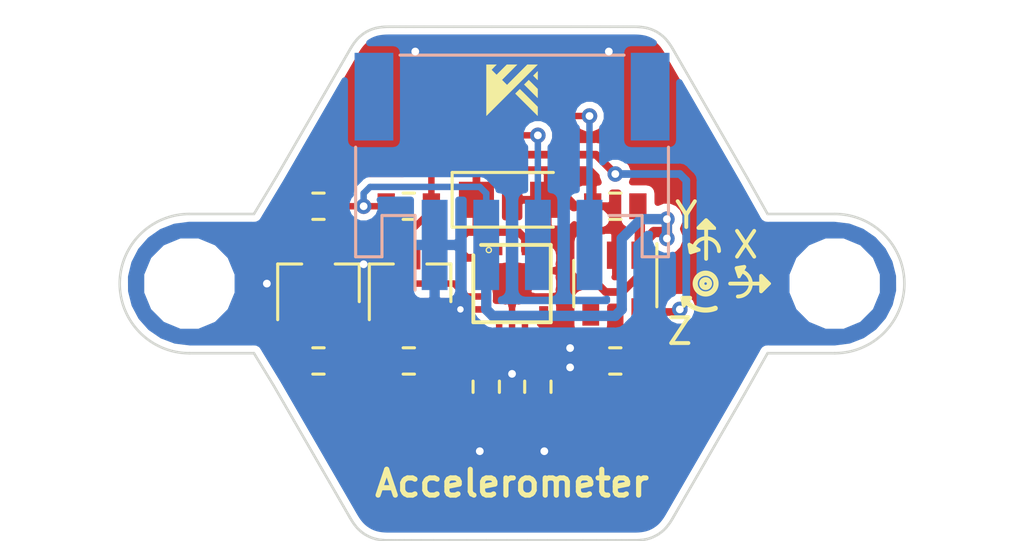
<source format=kicad_pcb>
(kicad_pcb (version 20171130) (host pcbnew 5.0.2-5.fc29)

  (general
    (thickness 1.6)
    (drawings 238)
    (tracks 147)
    (zones 0)
    (modules 17)
    (nets 9)
  )

  (page A4)
  (layers
    (0 F.Cu signal)
    (31 B.Cu signal)
    (32 B.Adhes user)
    (33 F.Adhes user)
    (34 B.Paste user)
    (35 F.Paste user)
    (36 B.SilkS user)
    (37 F.SilkS user)
    (38 B.Mask user)
    (39 F.Mask user)
    (40 Dwgs.User user)
    (41 Cmts.User user)
    (42 Eco1.User user)
    (43 Eco2.User user)
    (44 Edge.Cuts user)
    (45 Margin user)
    (46 B.CrtYd user)
    (47 F.CrtYd user)
    (48 B.Fab user)
    (49 F.Fab user)
  )

  (setup
    (last_trace_width 0.25)
    (user_trace_width 0.15)
    (user_trace_width 0.2)
    (user_trace_width 0.25)
    (user_trace_width 0.3)
    (user_trace_width 0.4)
    (user_trace_width 0.5)
    (user_trace_width 0.6)
    (trace_clearance 0.2)
    (zone_clearance 0.25)
    (zone_45_only no)
    (trace_min 0.15)
    (segment_width 0.2)
    (edge_width 0.15)
    (via_size 0.6)
    (via_drill 0.3)
    (via_min_size 0.6)
    (via_min_drill 0.3)
    (user_via 0.6 0.3)
    (uvia_size 0.3)
    (uvia_drill 0.1)
    (uvias_allowed no)
    (uvia_min_size 0.2)
    (uvia_min_drill 0.1)
    (pcb_text_width 0.3)
    (pcb_text_size 1.5 1.5)
    (mod_edge_width 0.15)
    (mod_text_size 1 1)
    (mod_text_width 0.15)
    (pad_size 1.524 1.524)
    (pad_drill 0.762)
    (pad_to_mask_clearance 0.2)
    (solder_mask_min_width 0.25)
    (aux_axis_origin 0 0)
    (visible_elements 7FFFFFFF)
    (pcbplotparams
      (layerselection 0x010fc_ffffffff)
      (usegerberextensions false)
      (usegerberattributes false)
      (usegerberadvancedattributes false)
      (creategerberjobfile false)
      (excludeedgelayer true)
      (linewidth 0.100000)
      (plotframeref false)
      (viasonmask false)
      (mode 1)
      (useauxorigin false)
      (hpglpennumber 1)
      (hpglpenspeed 20)
      (hpglpendiameter 15.000000)
      (psnegative false)
      (psa4output false)
      (plotreference true)
      (plotvalue true)
      (plotinvisibletext false)
      (padsonsilk false)
      (subtractmaskfromsilk false)
      (outputformat 1)
      (mirror false)
      (drillshape 0)
      (scaleselection 1)
      (outputdirectory "gerber/"))
  )

  (net 0 "")
  (net 1 VCC)
  (net 2 GND)
  (net 3 +3V3)
  (net 4 SDA_VIN)
  (net 5 SCL_VIN)
  (net 6 SDA_3V3)
  (net 7 SCL_3V3)
  (net 8 "Net-(R5-Pad1)")

  (net_class Default "This is the default net class."
    (clearance 0.2)
    (trace_width 0.25)
    (via_dia 0.6)
    (via_drill 0.3)
    (uvia_dia 0.3)
    (uvia_drill 0.1)
    (add_net +3V3)
    (add_net GND)
    (add_net "Net-(R5-Pad1)")
    (add_net SCL_3V3)
    (add_net SCL_VIN)
    (add_net SDA_3V3)
    (add_net SDA_VIN)
    (add_net VCC)
  )

  (module MountingHole:MountingHole_3mm locked (layer F.Cu) (tedit 5C757F5C) (tstamp 5C758F8A)
    (at 159 100)
    (descr "Mounting Hole 3mm, no annular")
    (tags "mounting hole 3mm no annular")
    (attr virtual)
    (fp_text reference REF** (at 0 -4) (layer F.SilkS) hide
      (effects (font (size 1 1) (thickness 0.15)))
    )
    (fp_text value MountingHole_3mm (at 0 4) (layer F.Fab)
      (effects (font (size 1 1) (thickness 0.15)))
    )
    (fp_text user %R (at 0.3 0) (layer F.Fab)
      (effects (font (size 1 1) (thickness 0.15)))
    )
    (fp_circle (center 0 0) (end 3 0) (layer Cmts.User) (width 0.15))
    (fp_circle (center 0 0) (end 3.25 0) (layer F.CrtYd) (width 0.05))
    (pad 1 np_thru_hole circle (at 0 0) (size 3 3) (drill 3) (layers *.Cu *.Mask))
  )

  (module GiraffeTech-Vishay:LIS3DH (layer F.Cu) (tedit 5B277612) (tstamp 5B330CFD)
    (at 146.5 100)
    (path /5B2786A1)
    (fp_text reference U2 (at -0.1 -2.3) (layer F.SilkS) hide
      (effects (font (size 1 1) (thickness 0.15)))
    )
    (fp_text value LIS3DH (at 0 2.4) (layer F.Fab)
      (effects (font (size 1 1) (thickness 0.15)))
    )
    (fp_circle (center -0.9 -1.3) (end -0.8 -1.3) (layer F.SilkS) (width 0.05))
    (fp_line (start -1.2 -1.5) (end 1.5 -1.5) (layer F.SilkS) (width 0.15))
    (fp_line (start 1.5 -1.5) (end 1.5 1.5) (layer F.SilkS) (width 0.15))
    (fp_line (start 1.5 1.5) (end -1.5 1.5) (layer F.SilkS) (width 0.15))
    (fp_line (start -1.5 1.5) (end -1.5 -1.1) (layer F.SilkS) (width 0.15))
    (pad 9 smd rect (at 1.225 1) (size 0.35 0.25) (layers F.Cu F.Paste F.Mask))
    (pad 10 smd rect (at 1.225 0.5) (size 0.35 0.25) (layers F.Cu F.Paste F.Mask)
      (net 2 GND))
    (pad 11 smd rect (at 1.225 0) (size 0.35 0.25) (layers F.Cu F.Paste F.Mask))
    (pad 12 smd rect (at 1.225 -0.5) (size 0.35 0.25) (layers F.Cu F.Paste F.Mask)
      (net 2 GND))
    (pad 13 smd rect (at 1.225 -1) (size 0.35 0.25) (layers F.Cu F.Paste F.Mask))
    (pad 5 smd rect (at -1.225 1) (size 0.35 0.25) (layers F.Cu F.Paste F.Mask)
      (net 2 GND))
    (pad 4 smd rect (at -1.225 0.5) (size 0.35 0.25) (layers F.Cu F.Paste F.Mask)
      (net 7 SCL_3V3))
    (pad 3 smd rect (at -1.225 0) (size 0.35 0.25) (layers F.Cu F.Paste F.Mask))
    (pad 2 smd rect (at -1.225 -0.5) (size 0.35 0.25) (layers F.Cu F.Paste F.Mask))
    (pad 1 smd rect (at -1.225 -1) (size 0.35 0.25) (layers F.Cu F.Paste F.Mask)
      (net 3 +3V3))
    (pad 16 smd rect (at -0.5 -1.275) (size 0.25 0.35) (layers F.Cu F.Paste F.Mask))
    (pad 15 smd rect (at 0 -1.275) (size 0.25 0.35) (layers F.Cu F.Paste F.Mask))
    (pad 14 smd rect (at 0.5 -1.275) (size 0.25 0.35) (layers F.Cu F.Paste F.Mask)
      (net 3 +3V3))
    (pad 6 smd rect (at -0.5 1.275) (size 0.25 0.35) (layers F.Cu F.Paste F.Mask)
      (net 6 SDA_3V3))
    (pad 7 smd rect (at 0 1.275) (size 0.25 0.35) (layers F.Cu F.Paste F.Mask)
      (net 2 GND))
    (pad 8 smd rect (at 0.5 1.275) (size 0.25 0.35) (layers F.Cu F.Paste F.Mask)
      (net 8 "Net-(R5-Pad1)"))
  )

  (module Capacitor_Tantalum_SMD:CP_EIA-3216-12_Kemet-S (layer F.Cu) (tedit 5B27760B) (tstamp 5B330CDA)
    (at 146.5 96.75)
    (descr "Tantalum Capacitor SMD Kemet-S (3216-12 Metric), IPC_7351 nominal, (Body size from: http://www.kemet.com/Lists/ProductCatalog/Attachments/253/KEM_TC101_STD.pdf), generated with kicad-footprint-generator")
    (tags "capacitor tantalum")
    (path /5B2784A6)
    (attr smd)
    (fp_text reference C4 (at 0 -1.75) (layer F.SilkS) hide
      (effects (font (size 1 1) (thickness 0.15)))
    )
    (fp_text value CP1 (at 0 1.75) (layer F.Fab)
      (effects (font (size 1 1) (thickness 0.15)))
    )
    (fp_line (start 1.6 -0.8) (end -1.2 -0.8) (layer F.Fab) (width 0.1))
    (fp_line (start -1.2 -0.8) (end -1.6 -0.4) (layer F.Fab) (width 0.1))
    (fp_line (start -1.6 -0.4) (end -1.6 0.8) (layer F.Fab) (width 0.1))
    (fp_line (start -1.6 0.8) (end 1.6 0.8) (layer F.Fab) (width 0.1))
    (fp_line (start 1.6 0.8) (end 1.6 -0.8) (layer F.Fab) (width 0.1))
    (fp_line (start 1.6 -1.06) (end -2.32 -1.06) (layer F.SilkS) (width 0.12))
    (fp_line (start -2.32 -1.06) (end -2.32 1.06) (layer F.SilkS) (width 0.12))
    (fp_line (start -2.32 1.06) (end 1.6 1.06) (layer F.SilkS) (width 0.12))
    (fp_line (start -2.31 1.05) (end -2.31 -1.05) (layer F.CrtYd) (width 0.05))
    (fp_line (start -2.31 -1.05) (end 2.31 -1.05) (layer F.CrtYd) (width 0.05))
    (fp_line (start 2.31 -1.05) (end 2.31 1.05) (layer F.CrtYd) (width 0.05))
    (fp_line (start 2.31 1.05) (end -2.31 1.05) (layer F.CrtYd) (width 0.05))
    (fp_text user %R (at 0 0) (layer F.Fab)
      (effects (font (size 0.8 0.8) (thickness 0.12)))
    )
    (pad 1 smd rect (at -1.38 0) (size 1.36 1.4) (layers F.Cu F.Paste F.Mask)
      (net 3 +3V3))
    (pad 2 smd rect (at 1.38 0) (size 1.36 1.4) (layers F.Cu F.Paste F.Mask)
      (net 2 GND))
    (model ${KISYS3DMOD}/Capacitor_Tantalum_SMD.3dshapes/CP_EIA-3216-12_Kemet-S.wrl
      (at (xyz 0 0 0))
      (scale (xyz 1 1 1))
      (rotate (xyz 0 0 0))
    )
  )

  (module Capacitor_SMD:C_0603_1608Metric (layer F.Cu) (tedit 5ACA03CC) (tstamp 5AD5B917)
    (at 150.5 97 180)
    (descr "Capacitor SMD 0603 (1608 Metric), square (rectangular) end terminal, IPC_7351 nominal, (Body size source: http://www.tortai-tech.com/upload/download/2011102023233369053.pdf), generated with kicad-footprint-generator")
    (tags capacitor)
    (path /5ACF09BA)
    (attr smd)
    (fp_text reference C1 (at 3 0 180) (layer F.SilkS) hide
      (effects (font (size 1 1) (thickness 0.15)))
    )
    (fp_text value 1uF (at 0 1.65 180) (layer F.Fab)
      (effects (font (size 1 1) (thickness 0.15)))
    )
    (fp_line (start -0.8 0.4) (end -0.8 -0.4) (layer F.Fab) (width 0.1))
    (fp_line (start -0.8 -0.4) (end 0.8 -0.4) (layer F.Fab) (width 0.1))
    (fp_line (start 0.8 -0.4) (end 0.8 0.4) (layer F.Fab) (width 0.1))
    (fp_line (start 0.8 0.4) (end -0.8 0.4) (layer F.Fab) (width 0.1))
    (fp_line (start -0.22 -0.51) (end 0.22 -0.51) (layer F.SilkS) (width 0.12))
    (fp_line (start -0.22 0.51) (end 0.22 0.51) (layer F.SilkS) (width 0.12))
    (fp_line (start -1.46 0.75) (end -1.46 -0.75) (layer F.CrtYd) (width 0.05))
    (fp_line (start -1.46 -0.75) (end 1.46 -0.75) (layer F.CrtYd) (width 0.05))
    (fp_line (start 1.46 -0.75) (end 1.46 0.75) (layer F.CrtYd) (width 0.05))
    (fp_line (start 1.46 0.75) (end -1.46 0.75) (layer F.CrtYd) (width 0.05))
    (fp_text user %R (at 0 0 180) (layer F.Fab)
      (effects (font (size 0.5 0.5) (thickness 0.08)))
    )
    (pad 1 smd rect (at -0.875 0 180) (size 0.67 1) (layers F.Cu F.Paste F.Mask)
      (net 1 VCC))
    (pad 2 smd rect (at 0.875 0 180) (size 0.67 1) (layers F.Cu F.Paste F.Mask)
      (net 2 GND))
    (model ${KISYS3DMOD}/Capacitor_SMD.3dshapes/C_0603_1608Metric.wrl
      (at (xyz 0 0 0))
      (scale (xyz 1 1 1))
      (rotate (xyz 0 0 0))
    )
  )

  (module Capacitor_SMD:C_0603_1608Metric (layer F.Cu) (tedit 5ACA03CF) (tstamp 5AD5B928)
    (at 150.5 103 180)
    (descr "Capacitor SMD 0603 (1608 Metric), square (rectangular) end terminal, IPC_7351 nominal, (Body size source: http://www.tortai-tech.com/upload/download/2011102023233369053.pdf), generated with kicad-footprint-generator")
    (tags capacitor)
    (path /5ACF54F7)
    (attr smd)
    (fp_text reference C2 (at 0 -1.65 180) (layer F.SilkS) hide
      (effects (font (size 1 1) (thickness 0.15)))
    )
    (fp_text value 1uF (at 0 1.65 180) (layer F.Fab)
      (effects (font (size 1 1) (thickness 0.15)))
    )
    (fp_text user %R (at 0 0 180) (layer F.Fab)
      (effects (font (size 0.5 0.5) (thickness 0.08)))
    )
    (fp_line (start 1.46 0.75) (end -1.46 0.75) (layer F.CrtYd) (width 0.05))
    (fp_line (start 1.46 -0.75) (end 1.46 0.75) (layer F.CrtYd) (width 0.05))
    (fp_line (start -1.46 -0.75) (end 1.46 -0.75) (layer F.CrtYd) (width 0.05))
    (fp_line (start -1.46 0.75) (end -1.46 -0.75) (layer F.CrtYd) (width 0.05))
    (fp_line (start -0.22 0.51) (end 0.22 0.51) (layer F.SilkS) (width 0.12))
    (fp_line (start -0.22 -0.51) (end 0.22 -0.51) (layer F.SilkS) (width 0.12))
    (fp_line (start 0.8 0.4) (end -0.8 0.4) (layer F.Fab) (width 0.1))
    (fp_line (start 0.8 -0.4) (end 0.8 0.4) (layer F.Fab) (width 0.1))
    (fp_line (start -0.8 -0.4) (end 0.8 -0.4) (layer F.Fab) (width 0.1))
    (fp_line (start -0.8 0.4) (end -0.8 -0.4) (layer F.Fab) (width 0.1))
    (pad 2 smd rect (at 0.875 0 180) (size 0.67 1) (layers F.Cu F.Paste F.Mask)
      (net 2 GND))
    (pad 1 smd rect (at -0.875 0 180) (size 0.67 1) (layers F.Cu F.Paste F.Mask)
      (net 3 +3V3))
    (model ${KISYS3DMOD}/Capacitor_SMD.3dshapes/C_0603_1608Metric.wrl
      (at (xyz 0 0 0))
      (scale (xyz 1 1 1))
      (rotate (xyz 0 0 0))
    )
  )

  (module Capacitor_SMD:C_0603_1608Metric (layer F.Cu) (tedit 5ACA0477) (tstamp 5AD5B939)
    (at 145.5 104 270)
    (descr "Capacitor SMD 0603 (1608 Metric), square (rectangular) end terminal, IPC_7351 nominal, (Body size source: http://www.tortai-tech.com/upload/download/2011102023233369053.pdf), generated with kicad-footprint-generator")
    (tags capacitor)
    (path /5ACF0F77)
    (attr smd)
    (fp_text reference C3 (at 0 -1.65 270) (layer F.SilkS) hide
      (effects (font (size 1 1) (thickness 0.15)))
    )
    (fp_text value 0.1uF (at 0 1.65 270) (layer F.Fab)
      (effects (font (size 1 1) (thickness 0.15)))
    )
    (fp_text user %R (at 0 0 270) (layer F.Fab)
      (effects (font (size 0.5 0.5) (thickness 0.08)))
    )
    (fp_line (start 1.46 0.75) (end -1.46 0.75) (layer F.CrtYd) (width 0.05))
    (fp_line (start 1.46 -0.75) (end 1.46 0.75) (layer F.CrtYd) (width 0.05))
    (fp_line (start -1.46 -0.75) (end 1.46 -0.75) (layer F.CrtYd) (width 0.05))
    (fp_line (start -1.46 0.75) (end -1.46 -0.75) (layer F.CrtYd) (width 0.05))
    (fp_line (start -0.22 0.51) (end 0.22 0.51) (layer F.SilkS) (width 0.12))
    (fp_line (start -0.22 -0.51) (end 0.22 -0.51) (layer F.SilkS) (width 0.12))
    (fp_line (start 0.8 0.4) (end -0.8 0.4) (layer F.Fab) (width 0.1))
    (fp_line (start 0.8 -0.4) (end 0.8 0.4) (layer F.Fab) (width 0.1))
    (fp_line (start -0.8 -0.4) (end 0.8 -0.4) (layer F.Fab) (width 0.1))
    (fp_line (start -0.8 0.4) (end -0.8 -0.4) (layer F.Fab) (width 0.1))
    (pad 2 smd rect (at 0.875 0 270) (size 0.67 1) (layers F.Cu F.Paste F.Mask)
      (net 2 GND))
    (pad 1 smd rect (at -0.875 0 270) (size 0.67 1) (layers F.Cu F.Paste F.Mask)
      (net 3 +3V3))
    (model ${KISYS3DMOD}/Capacitor_SMD.3dshapes/C_0603_1608Metric.wrl
      (at (xyz 0 0 0))
      (scale (xyz 1 1 1))
      (rotate (xyz 0 0 0))
    )
  )

  (module Package_TO_SOT_SMD:SOT-23 (layer F.Cu) (tedit 5ACA03A8) (tstamp 5AD5B990)
    (at 142.55 100 90)
    (descr "SOT-23, Standard")
    (tags SOT-23)
    (path /5ACF9341)
    (attr smd)
    (fp_text reference Q1 (at 0 -2.5 90) (layer F.SilkS) hide
      (effects (font (size 1 1) (thickness 0.15)))
    )
    (fp_text value BSS138 (at 0 2.5 90) (layer F.Fab)
      (effects (font (size 1 1) (thickness 0.15)))
    )
    (fp_text user %R (at 0 0 180) (layer F.Fab)
      (effects (font (size 0.5 0.5) (thickness 0.075)))
    )
    (fp_line (start -0.7 -0.95) (end -0.7 1.5) (layer F.Fab) (width 0.1))
    (fp_line (start -0.15 -1.52) (end 0.7 -1.52) (layer F.Fab) (width 0.1))
    (fp_line (start -0.7 -0.95) (end -0.15 -1.52) (layer F.Fab) (width 0.1))
    (fp_line (start 0.7 -1.52) (end 0.7 1.52) (layer F.Fab) (width 0.1))
    (fp_line (start -0.7 1.52) (end 0.7 1.52) (layer F.Fab) (width 0.1))
    (fp_line (start 0.76 1.58) (end 0.76 0.65) (layer F.SilkS) (width 0.12))
    (fp_line (start 0.76 -1.58) (end 0.76 -0.65) (layer F.SilkS) (width 0.12))
    (fp_line (start -1.7 -1.75) (end 1.7 -1.75) (layer F.CrtYd) (width 0.05))
    (fp_line (start 1.7 -1.75) (end 1.7 1.75) (layer F.CrtYd) (width 0.05))
    (fp_line (start 1.7 1.75) (end -1.7 1.75) (layer F.CrtYd) (width 0.05))
    (fp_line (start -1.7 1.75) (end -1.7 -1.75) (layer F.CrtYd) (width 0.05))
    (fp_line (start 0.76 -1.58) (end -1.4 -1.58) (layer F.SilkS) (width 0.12))
    (fp_line (start 0.76 1.58) (end -0.7 1.58) (layer F.SilkS) (width 0.12))
    (pad 1 smd rect (at -1 -0.95 90) (size 0.9 0.8) (layers F.Cu F.Paste F.Mask)
      (net 3 +3V3))
    (pad 2 smd rect (at -1 0.95 90) (size 0.9 0.8) (layers F.Cu F.Paste F.Mask)
      (net 6 SDA_3V3))
    (pad 3 smd rect (at 1 0 90) (size 0.9 0.8) (layers F.Cu F.Paste F.Mask)
      (net 4 SDA_VIN))
    (model ${KISYS3DMOD}/Package_TO_SOT_SMD.3dshapes/SOT-23.wrl
      (at (xyz 0 0 0))
      (scale (xyz 1 1 1))
      (rotate (xyz 0 0 0))
    )
  )

  (module Package_TO_SOT_SMD:SOT-23 (layer F.Cu) (tedit 5ACA03D2) (tstamp 5AD5B9A5)
    (at 139 100 90)
    (descr "SOT-23, Standard")
    (tags SOT-23)
    (path /5ACFEB66)
    (attr smd)
    (fp_text reference Q2 (at 0 -2.5 90) (layer F.SilkS) hide
      (effects (font (size 1 1) (thickness 0.15)))
    )
    (fp_text value BSS138 (at 0 2.5 90) (layer F.Fab)
      (effects (font (size 1 1) (thickness 0.15)))
    )
    (fp_line (start 0.76 1.58) (end -0.7 1.58) (layer F.SilkS) (width 0.12))
    (fp_line (start 0.76 -1.58) (end -1.4 -1.58) (layer F.SilkS) (width 0.12))
    (fp_line (start -1.7 1.75) (end -1.7 -1.75) (layer F.CrtYd) (width 0.05))
    (fp_line (start 1.7 1.75) (end -1.7 1.75) (layer F.CrtYd) (width 0.05))
    (fp_line (start 1.7 -1.75) (end 1.7 1.75) (layer F.CrtYd) (width 0.05))
    (fp_line (start -1.7 -1.75) (end 1.7 -1.75) (layer F.CrtYd) (width 0.05))
    (fp_line (start 0.76 -1.58) (end 0.76 -0.65) (layer F.SilkS) (width 0.12))
    (fp_line (start 0.76 1.58) (end 0.76 0.65) (layer F.SilkS) (width 0.12))
    (fp_line (start -0.7 1.52) (end 0.7 1.52) (layer F.Fab) (width 0.1))
    (fp_line (start 0.7 -1.52) (end 0.7 1.52) (layer F.Fab) (width 0.1))
    (fp_line (start -0.7 -0.95) (end -0.15 -1.52) (layer F.Fab) (width 0.1))
    (fp_line (start -0.15 -1.52) (end 0.7 -1.52) (layer F.Fab) (width 0.1))
    (fp_line (start -0.7 -0.95) (end -0.7 1.5) (layer F.Fab) (width 0.1))
    (fp_text user %R (at 0 0 180) (layer F.Fab)
      (effects (font (size 0.5 0.5) (thickness 0.075)))
    )
    (pad 3 smd rect (at 1 0 90) (size 0.9 0.8) (layers F.Cu F.Paste F.Mask)
      (net 5 SCL_VIN))
    (pad 2 smd rect (at -1 0.95 90) (size 0.9 0.8) (layers F.Cu F.Paste F.Mask)
      (net 7 SCL_3V3))
    (pad 1 smd rect (at -1 -0.95 90) (size 0.9 0.8) (layers F.Cu F.Paste F.Mask)
      (net 3 +3V3))
    (model ${KISYS3DMOD}/Package_TO_SOT_SMD.3dshapes/SOT-23.wrl
      (at (xyz 0 0 0))
      (scale (xyz 1 1 1))
      (rotate (xyz 0 0 0))
    )
  )

  (module Resistor_SMD:R_0603_1608Metric (layer F.Cu) (tedit 5ACA03A5) (tstamp 5AD5B9B6)
    (at 142.5 103)
    (descr "Resistor SMD 0603 (1608 Metric), square (rectangular) end terminal, IPC_7351 nominal, (Body size source: http://www.tortai-tech.com/upload/download/2011102023233369053.pdf), generated with kicad-footprint-generator")
    (tags resistor)
    (path /5ACF9560)
    (attr smd)
    (fp_text reference R1 (at -2 0) (layer F.SilkS) hide
      (effects (font (size 1 1) (thickness 0.15)))
    )
    (fp_text value 10K (at 0 1.65) (layer F.Fab)
      (effects (font (size 1 1) (thickness 0.15)))
    )
    (fp_line (start -0.8 0.4) (end -0.8 -0.4) (layer F.Fab) (width 0.1))
    (fp_line (start -0.8 -0.4) (end 0.8 -0.4) (layer F.Fab) (width 0.1))
    (fp_line (start 0.8 -0.4) (end 0.8 0.4) (layer F.Fab) (width 0.1))
    (fp_line (start 0.8 0.4) (end -0.8 0.4) (layer F.Fab) (width 0.1))
    (fp_line (start -0.22 -0.51) (end 0.22 -0.51) (layer F.SilkS) (width 0.12))
    (fp_line (start -0.22 0.51) (end 0.22 0.51) (layer F.SilkS) (width 0.12))
    (fp_line (start -1.46 0.75) (end -1.46 -0.75) (layer F.CrtYd) (width 0.05))
    (fp_line (start -1.46 -0.75) (end 1.46 -0.75) (layer F.CrtYd) (width 0.05))
    (fp_line (start 1.46 -0.75) (end 1.46 0.75) (layer F.CrtYd) (width 0.05))
    (fp_line (start 1.46 0.75) (end -1.46 0.75) (layer F.CrtYd) (width 0.05))
    (fp_text user %R (at 0 0) (layer F.Fab)
      (effects (font (size 0.5 0.5) (thickness 0.08)))
    )
    (pad 1 smd rect (at -0.875 0) (size 0.67 1) (layers F.Cu F.Paste F.Mask)
      (net 3 +3V3))
    (pad 2 smd rect (at 0.875 0) (size 0.67 1) (layers F.Cu F.Paste F.Mask)
      (net 6 SDA_3V3))
    (model ${KISYS3DMOD}/Resistor_SMD.3dshapes/R_0603_1608Metric.wrl
      (at (xyz 0 0 0))
      (scale (xyz 1 1 1))
      (rotate (xyz 0 0 0))
    )
  )

  (module Resistor_SMD:R_0603_1608Metric (layer F.Cu) (tedit 5ACA03D8) (tstamp 5AD5B9C7)
    (at 139 103)
    (descr "Resistor SMD 0603 (1608 Metric), square (rectangular) end terminal, IPC_7351 nominal, (Body size source: http://www.tortai-tech.com/upload/download/2011102023233369053.pdf), generated with kicad-footprint-generator")
    (tags resistor)
    (path /5ACFEB72)
    (attr smd)
    (fp_text reference R2 (at 0 -1.65) (layer F.SilkS) hide
      (effects (font (size 1 1) (thickness 0.15)))
    )
    (fp_text value 10K (at 0 1.65) (layer F.Fab)
      (effects (font (size 1 1) (thickness 0.15)))
    )
    (fp_line (start -0.8 0.4) (end -0.8 -0.4) (layer F.Fab) (width 0.1))
    (fp_line (start -0.8 -0.4) (end 0.8 -0.4) (layer F.Fab) (width 0.1))
    (fp_line (start 0.8 -0.4) (end 0.8 0.4) (layer F.Fab) (width 0.1))
    (fp_line (start 0.8 0.4) (end -0.8 0.4) (layer F.Fab) (width 0.1))
    (fp_line (start -0.22 -0.51) (end 0.22 -0.51) (layer F.SilkS) (width 0.12))
    (fp_line (start -0.22 0.51) (end 0.22 0.51) (layer F.SilkS) (width 0.12))
    (fp_line (start -1.46 0.75) (end -1.46 -0.75) (layer F.CrtYd) (width 0.05))
    (fp_line (start -1.46 -0.75) (end 1.46 -0.75) (layer F.CrtYd) (width 0.05))
    (fp_line (start 1.46 -0.75) (end 1.46 0.75) (layer F.CrtYd) (width 0.05))
    (fp_line (start 1.46 0.75) (end -1.46 0.75) (layer F.CrtYd) (width 0.05))
    (fp_text user %R (at -0.337381 -0.0075) (layer F.Fab)
      (effects (font (size 0.5 0.5) (thickness 0.08)))
    )
    (pad 1 smd rect (at -0.875 0) (size 0.67 1) (layers F.Cu F.Paste F.Mask)
      (net 3 +3V3))
    (pad 2 smd rect (at 0.875 0) (size 0.67 1) (layers F.Cu F.Paste F.Mask)
      (net 7 SCL_3V3))
    (model ${KISYS3DMOD}/Resistor_SMD.3dshapes/R_0603_1608Metric.wrl
      (at (xyz 0 0 0))
      (scale (xyz 1 1 1))
      (rotate (xyz 0 0 0))
    )
  )

  (module Resistor_SMD:R_0603_1608Metric (layer F.Cu) (tedit 5ACA03AD) (tstamp 5AD5B9D8)
    (at 142.5 97)
    (descr "Resistor SMD 0603 (1608 Metric), square (rectangular) end terminal, IPC_7351 nominal, (Body size source: http://www.tortai-tech.com/upload/download/2011102023233369053.pdf), generated with kicad-footprint-generator")
    (tags resistor)
    (path /5ACFCA7C)
    (attr smd)
    (fp_text reference R3 (at 0 -1.65) (layer F.SilkS) hide
      (effects (font (size 1 1) (thickness 0.15)))
    )
    (fp_text value 10K (at 0 1.65) (layer F.Fab)
      (effects (font (size 1 1) (thickness 0.15)))
    )
    (fp_text user %R (at 0 0) (layer F.Fab)
      (effects (font (size 0.5 0.5) (thickness 0.08)))
    )
    (fp_line (start 1.46 0.75) (end -1.46 0.75) (layer F.CrtYd) (width 0.05))
    (fp_line (start 1.46 -0.75) (end 1.46 0.75) (layer F.CrtYd) (width 0.05))
    (fp_line (start -1.46 -0.75) (end 1.46 -0.75) (layer F.CrtYd) (width 0.05))
    (fp_line (start -1.46 0.75) (end -1.46 -0.75) (layer F.CrtYd) (width 0.05))
    (fp_line (start -0.22 0.51) (end 0.22 0.51) (layer F.SilkS) (width 0.12))
    (fp_line (start -0.22 -0.51) (end 0.22 -0.51) (layer F.SilkS) (width 0.12))
    (fp_line (start 0.8 0.4) (end -0.8 0.4) (layer F.Fab) (width 0.1))
    (fp_line (start 0.8 -0.4) (end 0.8 0.4) (layer F.Fab) (width 0.1))
    (fp_line (start -0.8 -0.4) (end 0.8 -0.4) (layer F.Fab) (width 0.1))
    (fp_line (start -0.8 0.4) (end -0.8 -0.4) (layer F.Fab) (width 0.1))
    (pad 2 smd rect (at 0.875 0) (size 0.67 1) (layers F.Cu F.Paste F.Mask)
      (net 4 SDA_VIN))
    (pad 1 smd rect (at -0.875 0) (size 0.67 1) (layers F.Cu F.Paste F.Mask)
      (net 1 VCC))
    (model ${KISYS3DMOD}/Resistor_SMD.3dshapes/R_0603_1608Metric.wrl
      (at (xyz 0 0 0))
      (scale (xyz 1 1 1))
      (rotate (xyz 0 0 0))
    )
  )

  (module Resistor_SMD:R_0603_1608Metric (layer F.Cu) (tedit 5ACA03DC) (tstamp 5AD5B9E9)
    (at 139 97 180)
    (descr "Resistor SMD 0603 (1608 Metric), square (rectangular) end terminal, IPC_7351 nominal, (Body size source: http://www.tortai-tech.com/upload/download/2011102023233369053.pdf), generated with kicad-footprint-generator")
    (tags resistor)
    (path /5ACFEB84)
    (attr smd)
    (fp_text reference R4 (at 0 -1.65 180) (layer F.SilkS) hide
      (effects (font (size 1 1) (thickness 0.15)))
    )
    (fp_text value 10K (at 0 1.65 180) (layer F.Fab)
      (effects (font (size 1 1) (thickness 0.15)))
    )
    (fp_text user %R (at 0 0 180) (layer F.Fab)
      (effects (font (size 0.5 0.5) (thickness 0.08)))
    )
    (fp_line (start 1.46 0.75) (end -1.46 0.75) (layer F.CrtYd) (width 0.05))
    (fp_line (start 1.46 -0.75) (end 1.46 0.75) (layer F.CrtYd) (width 0.05))
    (fp_line (start -1.46 -0.75) (end 1.46 -0.75) (layer F.CrtYd) (width 0.05))
    (fp_line (start -1.46 0.75) (end -1.46 -0.75) (layer F.CrtYd) (width 0.05))
    (fp_line (start -0.22 0.51) (end 0.22 0.51) (layer F.SilkS) (width 0.12))
    (fp_line (start -0.22 -0.51) (end 0.22 -0.51) (layer F.SilkS) (width 0.12))
    (fp_line (start 0.8 0.4) (end -0.8 0.4) (layer F.Fab) (width 0.1))
    (fp_line (start 0.8 -0.4) (end 0.8 0.4) (layer F.Fab) (width 0.1))
    (fp_line (start -0.8 -0.4) (end 0.8 -0.4) (layer F.Fab) (width 0.1))
    (fp_line (start -0.8 0.4) (end -0.8 -0.4) (layer F.Fab) (width 0.1))
    (pad 2 smd rect (at 0.875 0 180) (size 0.67 1) (layers F.Cu F.Paste F.Mask)
      (net 5 SCL_VIN))
    (pad 1 smd rect (at -0.875 0 180) (size 0.67 1) (layers F.Cu F.Paste F.Mask)
      (net 1 VCC))
    (model ${KISYS3DMOD}/Resistor_SMD.3dshapes/R_0603_1608Metric.wrl
      (at (xyz 0 0 0))
      (scale (xyz 1 1 1))
      (rotate (xyz 0 0 0))
    )
  )

  (module Package_TO_SOT_SMD:SOT-23-5 (layer F.Cu) (tedit 5ACA03C8) (tstamp 5AD5B9FE)
    (at 150.5 100 270)
    (descr "5-pin SOT23 package")
    (tags SOT-23-5)
    (path /5ACF094B)
    (attr smd)
    (fp_text reference U1 (at 0 -2.9 270) (layer F.SilkS) hide
      (effects (font (size 1 1) (thickness 0.15)))
    )
    (fp_text value AP2127K-3.3 (at 0 2.9 270) (layer F.Fab)
      (effects (font (size 1 1) (thickness 0.15)))
    )
    (fp_text user %R (at 0 0) (layer F.Fab)
      (effects (font (size 0.5 0.5) (thickness 0.075)))
    )
    (fp_line (start -0.9 1.61) (end 0.9 1.61) (layer F.SilkS) (width 0.12))
    (fp_line (start 0.9 -1.61) (end -1.55 -1.61) (layer F.SilkS) (width 0.12))
    (fp_line (start -1.9 -1.8) (end 1.9 -1.8) (layer F.CrtYd) (width 0.05))
    (fp_line (start 1.9 -1.8) (end 1.9 1.8) (layer F.CrtYd) (width 0.05))
    (fp_line (start 1.9 1.8) (end -1.9 1.8) (layer F.CrtYd) (width 0.05))
    (fp_line (start -1.9 1.8) (end -1.9 -1.8) (layer F.CrtYd) (width 0.05))
    (fp_line (start -0.9 -0.9) (end -0.25 -1.55) (layer F.Fab) (width 0.1))
    (fp_line (start 0.9 -1.55) (end -0.25 -1.55) (layer F.Fab) (width 0.1))
    (fp_line (start -0.9 -0.9) (end -0.9 1.55) (layer F.Fab) (width 0.1))
    (fp_line (start 0.9 1.55) (end -0.9 1.55) (layer F.Fab) (width 0.1))
    (fp_line (start 0.9 -1.55) (end 0.9 1.55) (layer F.Fab) (width 0.1))
    (pad 1 smd rect (at -1.1 -0.95 270) (size 1.06 0.65) (layers F.Cu F.Paste F.Mask)
      (net 1 VCC))
    (pad 2 smd rect (at -1.1 0 270) (size 1.06 0.65) (layers F.Cu F.Paste F.Mask)
      (net 2 GND))
    (pad 3 smd rect (at -1.1 0.95 270) (size 1.06 0.65) (layers F.Cu F.Paste F.Mask)
      (net 1 VCC))
    (pad 4 smd rect (at 1.1 0.95 270) (size 1.06 0.65) (layers F.Cu F.Paste F.Mask))
    (pad 5 smd rect (at 1.1 -0.95 270) (size 1.06 0.65) (layers F.Cu F.Paste F.Mask)
      (net 3 +3V3))
    (model ${KISYS3DMOD}/Package_TO_SOT_SMD.3dshapes/SOT-23-5.wrl
      (at (xyz 0 0 0))
      (scale (xyz 1 1 1))
      (rotate (xyz 0 0 0))
    )
  )

  (module Resistor_SMD:R_0603_1608Metric (layer F.Cu) (tedit 5B277D81) (tstamp 5B330CFC)
    (at 147.5 104 270)
    (descr "Resistor SMD 0603 (1608 Metric), square (rectangular) end terminal, IPC_7351 nominal, (Body size source: http://www.tortai-tech.com/upload/download/2011102023233369053.pdf), generated with kicad-footprint-generator")
    (tags resistor)
    (path /5B280861)
    (attr smd)
    (fp_text reference R5 (at 0 -1.65 270) (layer F.SilkS) hide
      (effects (font (size 1 1) (thickness 0.15)))
    )
    (fp_text value 10k (at 0 1.65 270) (layer F.Fab)
      (effects (font (size 1 1) (thickness 0.15)))
    )
    (fp_line (start -0.8 0.4) (end -0.8 -0.4) (layer F.Fab) (width 0.1))
    (fp_line (start -0.8 -0.4) (end 0.8 -0.4) (layer F.Fab) (width 0.1))
    (fp_line (start 0.8 -0.4) (end 0.8 0.4) (layer F.Fab) (width 0.1))
    (fp_line (start 0.8 0.4) (end -0.8 0.4) (layer F.Fab) (width 0.1))
    (fp_line (start -0.22 -0.51) (end 0.22 -0.51) (layer F.SilkS) (width 0.12))
    (fp_line (start -0.22 0.51) (end 0.22 0.51) (layer F.SilkS) (width 0.12))
    (fp_line (start -1.46 0.75) (end -1.46 -0.75) (layer F.CrtYd) (width 0.05))
    (fp_line (start -1.46 -0.75) (end 1.46 -0.75) (layer F.CrtYd) (width 0.05))
    (fp_line (start 1.46 -0.75) (end 1.46 0.75) (layer F.CrtYd) (width 0.05))
    (fp_line (start 1.46 0.75) (end -1.46 0.75) (layer F.CrtYd) (width 0.05))
    (fp_text user %R (at 0 0 270) (layer F.Fab)
      (effects (font (size 0.5 0.5) (thickness 0.08)))
    )
    (pad 1 smd rect (at -0.875 0 270) (size 0.67 1) (layers F.Cu F.Paste F.Mask)
      (net 8 "Net-(R5-Pad1)"))
    (pad 2 smd rect (at 0.875 0 270) (size 0.67 1) (layers F.Cu F.Paste F.Mask)
      (net 3 +3V3))
    (model ${KISYS3DMOD}/Resistor_SMD.3dshapes/R_0603_1608Metric.wrl
      (at (xyz 0 0 0))
      (scale (xyz 1 1 1))
      (rotate (xyz 0 0 0))
    )
  )

  (module GiraffeTech-Utility:MakerPlayground_logo_2x2mm (layer F.Cu) (tedit 0) (tstamp 5B3D5625)
    (at 146.5 92.5)
    (fp_text reference G*** (at 0 0) (layer F.SilkS) hide
      (effects (font (size 1.524 1.524) (thickness 0.3)))
    )
    (fp_text value LOGO (at 0.75 0) (layer F.SilkS) hide
      (effects (font (size 1.524 1.524) (thickness 0.3)))
    )
    (fp_poly (pts (xy 0.992188 -0.564543) (xy 0.992164 -0.528929) (xy 0.992097 -0.495895) (xy 0.991991 -0.466261)
      (xy 0.991852 -0.440843) (xy 0.991684 -0.420459) (xy 0.991492 -0.405926) (xy 0.991282 -0.398062)
      (xy 0.99116 -0.396875) (xy 0.988207 -0.399571) (xy 0.980351 -0.407199) (xy 0.968291 -0.419067)
      (xy 0.952725 -0.434484) (xy 0.934354 -0.452758) (xy 0.913876 -0.4732) (xy 0.906847 -0.480231)
      (xy 0.823563 -0.563586) (xy 0.907875 -0.647899) (xy 0.992188 -0.732211) (xy 0.992188 -0.564543)) (layer F.SilkS) (width 0.01))
    (fp_poly (pts (xy 0.992272 -0.049513) (xy 0.991238 0.124084) (xy 0.990203 0.297682) (xy 0.731231 0.038685)
      (xy 0.472259 -0.220311) (xy 0.559597 -0.307581) (xy 0.646934 -0.394851) (xy 0.992272 -0.049513)) (layer F.SilkS) (width 0.01))
    (fp_poly (pts (xy 0.306845 -0.036934) (xy 0.315366 -0.028902) (xy 0.328804 -0.015931) (xy 0.346812 0.001638)
      (xy 0.369045 0.023463) (xy 0.39516 0.049204) (xy 0.424812 0.078521) (xy 0.457655 0.111071)
      (xy 0.493344 0.146515) (xy 0.531535 0.184511) (xy 0.571883 0.224719) (xy 0.614044 0.266798)
      (xy 0.649934 0.302669) (xy 0.992273 0.645025) (xy 0.990203 0.990203) (xy 0.559594 0.560703)
      (xy 0.128984 0.131202) (xy 0.214278 0.045757) (xy 0.235683 0.024442) (xy 0.255382 0.005068)
      (xy 0.272657 -0.011676) (xy 0.28679 -0.025103) (xy 0.297063 -0.034528) (xy 0.302757 -0.039261)
      (xy 0.303583 -0.039687) (xy 0.306845 -0.036934)) (layer F.SilkS) (width 0.01))
    (fp_poly (pts (xy 0.790777 -0.991434) (xy 0.988227 -0.990203) (xy -0.992187 0.990197) (xy -0.992187 -0.992187)
      (xy -0.601395 -0.992187) (xy -0.646963 -0.945555) (xy -0.665935 -0.926151) (xy -0.688266 -0.903332)
      (xy -0.711752 -0.879346) (xy -0.734194 -0.856442) (xy -0.745114 -0.845303) (xy -0.797697 -0.791685)
      (xy -0.698482 -0.692529) (xy -0.599266 -0.593373) (xy -0.399829 -0.79278) (xy -0.200393 -0.992187)
      (xy 0.195473 -0.992187) (xy -0.099139 -0.695955) (xy -0.39375 -0.399723) (xy -0.194618 -0.200591)
      (xy 0.199355 -0.596628) (xy 0.593328 -0.992663) (xy 0.790777 -0.991434)) (layer F.SilkS) (width 0.01))
  )

  (module Connector_JST:JST_PH_S4B-PH-SM4-TB_1x04-1MP_P2.00mm_Horizontal (layer B.Cu) (tedit 5C755BB6) (tstamp 5B573113)
    (at 146.5 95.65)
    (descr "JST PH series connector, S4B-PH-SM4-TB (http://www.jst-mfg.com/product/pdf/eng/ePH.pdf), generated with kicad-footprint-generator")
    (tags "connector JST PH top entry")
    (path /5AD000E2)
    (attr smd)
    (fp_text reference J1 (at 0 5.8) (layer B.SilkS) hide
      (effects (font (size 1 1) (thickness 0.15)) (justify mirror))
    )
    (fp_text value Conn_01x04 (at 0 -5.8) (layer B.Fab)
      (effects (font (size 1 1) (thickness 0.15)) (justify mirror))
    )
    (fp_text user %R (at 0 -1.5) (layer B.Fab) hide
      (effects (font (size 1 1) (thickness 0.15)) (justify mirror))
    )
    (fp_line (start -3 0.892893) (end -2.5 1.6) (layer B.Fab) (width 0.1))
    (fp_line (start -3.5 1.6) (end -3 0.892893) (layer B.Fab) (width 0.1))
    (fp_line (start 6.6 5.1) (end -6.6 5.1) (layer B.CrtYd) (width 0.05))
    (fp_line (start 6.6 -5.1) (end 6.6 5.1) (layer B.CrtYd) (width 0.05))
    (fp_line (start -6.6 -5.1) (end 6.6 -5.1) (layer B.CrtYd) (width 0.05))
    (fp_line (start -6.6 5.1) (end -6.6 -5.1) (layer B.CrtYd) (width 0.05))
    (fp_line (start 5.95 3.2) (end 5.95 -4.4) (layer B.Fab) (width 0.1))
    (fp_line (start -5.95 3.2) (end -5.95 -4.4) (layer B.Fab) (width 0.1))
    (fp_line (start -5.95 -4.4) (end 5.95 -4.4) (layer B.Fab) (width 0.1))
    (fp_line (start -4.34 -4.51) (end 4.34 -4.51) (layer B.SilkS) (width 0.12))
    (fp_line (start 5.04 1.71) (end 3.76 1.71) (layer B.SilkS) (width 0.12))
    (fp_line (start 5.04 3.31) (end 5.04 1.71) (layer B.SilkS) (width 0.12))
    (fp_line (start 6.06 3.31) (end 5.04 3.31) (layer B.SilkS) (width 0.12))
    (fp_line (start 6.06 -0.94) (end 6.06 3.31) (layer B.SilkS) (width 0.12))
    (fp_line (start -3.76 1.71) (end -3.76 4.6) (layer B.SilkS) (width 0.12))
    (fp_line (start -5.04 1.71) (end -3.76 1.71) (layer B.SilkS) (width 0.12))
    (fp_line (start -5.04 3.31) (end -5.04 1.71) (layer B.SilkS) (width 0.12))
    (fp_line (start -6.06 3.31) (end -5.04 3.31) (layer B.SilkS) (width 0.12))
    (fp_line (start -6.06 -0.94) (end -6.06 3.31) (layer B.SilkS) (width 0.12))
    (fp_line (start 5.15 3.2) (end 5.95 3.2) (layer B.Fab) (width 0.1))
    (fp_line (start 5.15 1.6) (end 5.15 3.2) (layer B.Fab) (width 0.1))
    (fp_line (start -5.15 1.6) (end 5.15 1.6) (layer B.Fab) (width 0.1))
    (fp_line (start -5.15 3.2) (end -5.15 1.6) (layer B.Fab) (width 0.1))
    (fp_line (start -5.95 3.2) (end -5.15 3.2) (layer B.Fab) (width 0.1))
    (pad MP smd rect (at 5.35 -2.9) (size 1.5 3.4) (layers B.Cu B.Paste B.Mask))
    (pad MP smd rect (at -5.35 -2.9) (size 1.5 3.4) (layers B.Cu B.Paste B.Mask))
    (pad 4 smd rect (at 3 2.85) (size 1 3.5) (layers B.Cu B.Paste B.Mask)
      (net 5 SCL_VIN))
    (pad 3 smd rect (at 1 2.85) (size 1 3.5) (layers B.Cu B.Paste B.Mask)
      (net 4 SDA_VIN))
    (pad 2 smd rect (at -1 2.85) (size 1 3.5) (layers B.Cu B.Paste B.Mask)
      (net 1 VCC))
    (pad 1 smd rect (at -3 2.85) (size 1 3.5) (layers B.Cu B.Paste B.Mask)
      (net 2 GND))
    (model ${KISYS3DMOD}/Connector_JST.3dshapes/JST_PH_S4B-PH-SM4-TB_1x04-1MP_P2.00mm_Horizontal.wrl
      (at (xyz 0 0 0))
      (scale (xyz 1 1 1))
      (rotate (xyz 0 0 0))
    )
  )

  (module MountingHole:MountingHole_3mm locked (layer F.Cu) (tedit 5C757F5C) (tstamp 5C758F7F)
    (at 134 100)
    (descr "Mounting Hole 3mm, no annular")
    (tags "mounting hole 3mm no annular")
    (attr virtual)
    (fp_text reference REF** (at 0 -4) (layer F.SilkS) hide
      (effects (font (size 1 1) (thickness 0.15)))
    )
    (fp_text value MountingHole_3mm (at 0 4) (layer F.Fab)
      (effects (font (size 1 1) (thickness 0.15)))
    )
    (fp_circle (center 0 0) (end 3.25 0) (layer F.CrtYd) (width 0.05))
    (fp_circle (center 0 0) (end 3 0) (layer Cmts.User) (width 0.15))
    (fp_text user %R (at 0.3 0) (layer F.Fab)
      (effects (font (size 1 1) (thickness 0.15)))
    )
    (pad 1 np_thru_hole circle (at 0 0) (size 3 3) (drill 3) (layers *.Cu *.Mask))
  )

  (gr_line (start 149.9 90.0387) (end 149.395 90.0387) (layer Edge.Cuts) (width 0.1))
  (gr_line (start 153.67 107.462) (end 153.984 106.919) (layer Edge.Cuts) (width 0.1))
  (gr_line (start 140.074 91.1737) (end 139.992 91.3168) (layer Edge.Cuts) (width 0.1))
  (gr_line (start 141.514 109.949) (end 141.584 109.954) (layer Edge.Cuts) (width 0.1))
  (gr_line (start 141.793 109.957) (end 141.835 109.957) (layer Edge.Cuts) (width 0.1))
  (gr_line (start 151.148 109.957) (end 151.187 109.957) (layer Edge.Cuts) (width 0.1))
  (gr_line (start 144.75 109.957) (end 145.505 109.957) (layer Edge.Cuts) (width 0.1))
  (gr_line (start 154.723 105.638) (end 155.121 104.95) (layer Edge.Cuts) (width 0.1))
  (gr_line (start 152.449 90.5107) (end 152.391 90.4517) (layer Edge.Cuts) (width 0.1))
  (gr_line (start 137.263 103.953) (end 137.655 104.632) (layer Edge.Cuts) (width 0.1))
  (gr_line (start 153.413 107.908) (end 153.67 107.462) (layer Edge.Cuts) (width 0.1))
  (gr_line (start 149.395 90.0387) (end 148.776 90.0387) (layer Edge.Cuts) (width 0.1))
  (gr_line (start 151.115 90.0387) (end 151.052 90.0387) (layer Edge.Cuts) (width 0.1))
  (gr_line (start 141.047 109.85) (end 141.125 109.878) (layer Edge.Cuts) (width 0.1))
  (gr_line (start 142.694 90.0387) (end 142.39 90.0387) (layer Edge.Cuts) (width 0.1))
  (gr_line (start 150.293 90.0387) (end 149.9 90.0387) (layer Edge.Cuts) (width 0.1))
  (gr_line (start 140.367 90.6898) (end 140.326 90.7491) (layer Edge.Cuts) (width 0.1))
  (gr_line (start 140.769 90.2908) (end 140.7 90.3393) (layer Edge.Cuts) (width 0.1))
  (gr_line (start 140.209 90.9413) (end 140.189 90.9752) (layer Edge.Cuts) (width 0.1))
  (gr_line (start 140.969 109.817) (end 141.047 109.85) (layer Edge.Cuts) (width 0.1))
  (gr_line (start 136.5 102.7) (end 137.263 103.953) (layer Edge.Cuts) (width 0.1))
  (gr_line (start 140.29 90.8053) (end 140.258 90.857) (layer Edge.Cuts) (width 0.1))
  (gr_line (start 140.165 91.0163) (end 140.13 91.078) (layer Edge.Cuts) (width 0.1))
  (gr_line (start 152.976 91.3309) (end 152.89 91.1834) (layer Edge.Cuts) (width 0.1))
  (gr_line (start 152.636 90.7538) (end 152.596 90.6947) (layer Edge.Cuts) (width 0.1))
  (gr_line (start 154.441 93.8688) (end 154.076 93.2369) (layer Edge.Cuts) (width 0.1))
  (gr_line (start 140.25 109.126) (end 140.281 109.176) (layer Edge.Cuts) (width 0.1))
  (gr_line (start 151.246 90.0389) (end 151.199 90.0387) (layer Edge.Cuts) (width 0.1))
  (gr_line (start 142.122 109.957) (end 142.323 109.957) (layer Edge.Cuts) (width 0.1))
  (gr_line (start 137.367 95.8621) (end 136.5 97.3) (layer Edge.Cuts) (width 0.1))
  (gr_line (start 139.662 108.108) (end 139.835 108.408) (layer Edge.Cuts) (width 0.1))
  (gr_line (start 140.914 90.2058) (end 140.84 90.2462) (layer Edge.Cuts) (width 0.1))
  (gr_line (start 138.446 106.002) (end 138.817 106.644) (layer Edge.Cuts) (width 0.1))
  (gr_line (start 151.819 90.1136) (end 151.739 90.0916) (layer Edge.Cuts) (width 0.1))
  (gr_line (start 140.557 109.533) (end 140.618 109.59) (layer Edge.Cuts) (width 0.1))
  (gr_line (start 152.391 90.4517) (end 152.33 90.3958) (layer Edge.Cuts) (width 0.1))
  (gr_line (start 151.431 90.0456) (end 151.363 90.0417) (layer Edge.Cuts) (width 0.1))
  (gr_line (start 141.068 90.1383) (end 140.99 90.1698) (layer Edge.Cuts) (width 0.1))
  (gr_line (start 138.817 106.644) (end 139.151 107.224) (layer Edge.Cuts) (width 0.1))
  (gr_line (start 140.258 90.857) (end 140.231 90.9027) (layer Edge.Cuts) (width 0.1))
  (gr_line (start 152.502 90.5718) (end 152.449 90.5107) (layer Edge.Cuts) (width 0.1))
  (gr_line (start 142.169 90.0387) (end 142.016 90.0387) (layer Edge.Cuts) (width 0.1))
  (gr_line (start 150.805 90.0387) (end 150.59 90.0387) (layer Edge.Cuts) (width 0.1))
  (gr_line (start 140.894 109.78) (end 140.969 109.817) (layer Edge.Cuts) (width 0.1))
  (gr_line (start 140.055 108.789) (end 140.117 108.896) (layer Edge.Cuts) (width 0.1))
  (gr_line (start 152.672 90.8097) (end 152.636 90.7538) (layer Edge.Cuts) (width 0.1))
  (gr_line (start 138.054 105.323) (end 138.446 106.002) (layer Edge.Cuts) (width 0.1))
  (gr_line (start 142.603 109.957) (end 142.977 109.957) (layer Edge.Cuts) (width 0.1))
  (gr_line (start 155.229 95.2335) (end 154.83 94.5425) (layer Edge.Cuts) (width 0.1))
  (gr_line (start 152.766 109.027) (end 152.789 108.989) (layer Edge.Cuts) (width 0.1))
  (gr_line (start 141.893 109.957) (end 141.984 109.957) (layer Edge.Cuts) (width 0.1))
  (gr_line (start 141.914 90.0387) (end 141.848 90.0387) (layer Edge.Cuts) (width 0.1))
  (gr_line (start 141.663 90.0396) (end 141.601 90.0415) (layer Edge.Cuts) (width 0.1))
  (gr_line (start 154.83 94.5425) (end 154.441 93.8688) (layer Edge.Cuts) (width 0.1))
  (gr_line (start 140.316 109.231) (end 140.355 109.29) (layer Edge.Cuts) (width 0.1))
  (gr_line (start 152.949 108.711) (end 153.06 108.519) (layer Edge.Cuts) (width 0.1))
  (gr_line (start 146.296 109.957) (end 147.093 109.957) (layer Edge.Cuts) (width 0.1))
  (gr_line (start 152.663 109.201) (end 152.696 109.148) (layer Edge.Cuts) (width 0.1))
  (gr_line (start 143.46 109.957) (end 144.059 109.957) (layer Edge.Cuts) (width 0.1))
  (gr_line (start 137.763 95.1774) (end 137.367 95.8621) (layer Edge.Cuts) (width 0.1))
  (gr_line (start 152.125 90.2497) (end 152.051 90.2089) (layer Edge.Cuts) (width 0.1))
  (gr_line (start 141.752 109.957) (end 141.793 109.957) (layer Edge.Cuts) (width 0.1))
  (gr_line (start 142.016 90.0387) (end 141.914 90.0387) (layer Edge.Cuts) (width 0.1))
  (gr_line (start 141.601 90.0415) (end 141.533 90.0452) (layer Edge.Cuts) (width 0.1))
  (gr_line (start 140.355 109.29) (end 140.399 109.351) (layer Edge.Cuts) (width 0.1))
  (gr_line (start 141.306 90.0731) (end 141.226 90.09) (layer Edge.Cuts) (width 0.1))
  (gr_line (start 140.75 109.693) (end 140.821 109.738) (layer Edge.Cuts) (width 0.1))
  (gr_line (start 155.518 104.262) (end 156.4 102.7) (layer Edge.Cuts) (width 0.1))
  (gr_line (start 154.339 106.303) (end 154.723 105.638) (layer Edge.Cuts) (width 0.1))
  (gr_line (start 141.205 109.901) (end 141.285 109.919) (layer Edge.Cuts) (width 0.1))
  (gr_line (start 145.717 90.0387) (end 144.949 90.0387) (layer Edge.Cuts) (width 0.1))
  (gr_line (start 140.821 109.738) (end 140.894 109.78) (layer Edge.Cuts) (width 0.1))
  (gr_line (start 140.448 109.413) (end 140.5 109.474) (layer Edge.Cuts) (width 0.1))
  (gr_line (start 140.515 90.5058) (end 140.461 90.5668) (layer Edge.Cuts) (width 0.1))
  (gr_line (start 140.5 109.474) (end 140.557 109.533) (layer Edge.Cuts) (width 0.1))
  (gr_line (start 152.789 108.989) (end 152.822 108.932) (layer Edge.Cuts) (width 0.1))
  (gr_line (start 141.125 109.878) (end 141.205 109.901) (layer Edge.Cuts) (width 0.1))
  (gr_line (start 141.461 90.0513) (end 141.385 90.0604) (layer Edge.Cuts) (width 0.1))
  (gr_arc (start 134 100) (end 134 97.3) (angle -180) (layer Edge.Cuts) (width 0.1))
  (gr_line (start 152.704 90.8609) (end 152.672 90.8097) (layer Edge.Cuts) (width 0.1))
  (gr_line (start 140.224 109.082) (end 140.25 109.126) (layer Edge.Cuts) (width 0.1))
  (gr_line (start 139.151 107.224) (end 139.436 107.716) (layer Edge.Cuts) (width 0.1))
  (gr_line (start 152.833 91.0843) (end 152.796 91.0203) (layer Edge.Cuts) (width 0.1))
  (gr_line (start 140.13 91.078) (end 140.074 91.1737) (layer Edge.Cuts) (width 0.1))
  (gr_line (start 150.954 90.0387) (end 150.805 90.0387) (layer Edge.Cuts) (width 0.1))
  (gr_line (start 153.212 108.256) (end 153.413 107.908) (layer Edge.Cuts) (width 0.1))
  (gr_line (start 152.724 109.101) (end 152.747 109.061) (layer Edge.Cuts) (width 0.1))
  (gr_line (start 152.73 90.9061) (end 152.704 90.8609) (layer Edge.Cuts) (width 0.1))
  (gr_line (start 152.551 90.6335) (end 152.502 90.5718) (layer Edge.Cuts) (width 0.1))
  (gr_line (start 140.203 109.046) (end 140.224 109.082) (layer Edge.Cuts) (width 0.1))
  (gr_line (start 152.772 90.9781) (end 152.752 90.9441) (layer Edge.Cuts) (width 0.1))
  (gr_line (start 152.696 109.148) (end 152.724 109.101) (layer Edge.Cuts) (width 0.1))
  (gr_line (start 140.231 90.9027) (end 140.209 90.9413) (layer Edge.Cuts) (width 0.1))
  (gr_line (start 151.975 90.1725) (end 151.898 90.1407) (layer Edge.Cuts) (width 0.1))
  (gr_line (start 139.713 91.7987) (end 139.502 92.1643) (layer Edge.Cuts) (width 0.1))
  (gr_line (start 147.868 109.957) (end 148.593 109.957) (layer Edge.Cuts) (width 0.1))
  (gr_line (start 139.234 92.6298) (end 138.911 93.1883) (layer Edge.Cuts) (width 0.1))
  (gr_line (start 147.093 109.957) (end 147.868 109.957) (layer Edge.Cuts) (width 0.1))
  (gr_line (start 152.89 91.1834) (end 152.833 91.0843) (layer Edge.Cuts) (width 0.1))
  (gr_line (start 144.949 90.0387) (end 144.237 90.0387) (layer Edge.Cuts) (width 0.1))
  (gr_line (start 141.984 109.957) (end 142.122 109.957) (layer Edge.Cuts) (width 0.1))
  (gr_line (start 152.747 109.061) (end 152.766 109.027) (layer Edge.Cuts) (width 0.1))
  (gr_line (start 140.682 109.643) (end 140.75 109.693) (layer Edge.Cuts) (width 0.1))
  (gr_line (start 151.301 90.0397) (end 151.246 90.0389) (layer Edge.Cuts) (width 0.1))
  (gr_line (start 151.739 90.0916) (end 151.66 90.0743) (layer Edge.Cuts) (width 0.1))
  (gr_line (start 154.076 93.2369) (end 153.75 92.6719) (layer Edge.Cuts) (width 0.1))
  (gr_line (start 140.326 90.7491) (end 140.29 90.8053) (layer Edge.Cuts) (width 0.1))
  (gr_line (start 144.059 109.957) (end 144.75 109.957) (layer Edge.Cuts) (width 0.1))
  (gr_line (start 140.461 90.5668) (end 140.412 90.6285) (layer Edge.Cuts) (width 0.1))
  (gr_line (start 141.226 90.09) (end 141.147 90.1116) (layer Edge.Cuts) (width 0.1))
  (gr_line (start 140.412 90.6285) (end 140.367 90.6898) (layer Edge.Cuts) (width 0.1))
  (gr_line (start 141.835 109.957) (end 141.893 109.957) (layer Edge.Cuts) (width 0.1))
  (gr_line (start 142.323 109.957) (end 142.603 109.957) (layer Edge.Cuts) (width 0.1))
  (gr_line (start 140.7 90.3393) (end 140.635 90.3914) (layer Edge.Cuts) (width 0.1))
  (gr_line (start 140.618 109.59) (end 140.682 109.643) (layer Edge.Cuts) (width 0.1))
  (gr_line (start 147.306 90.0387) (end 146.512 90.0387) (layer Edge.Cuts) (width 0.1))
  (gr_line (start 141.803 90.0387) (end 141.764 90.0387) (layer Edge.Cuts) (width 0.1))
  (gr_line (start 141.704 109.957) (end 141.752 109.957) (layer Edge.Cuts) (width 0.1))
  (gr_line (start 145.505 109.957) (end 146.296 109.957) (layer Edge.Cuts) (width 0.1))
  (gr_line (start 141.647 109.956) (end 141.704 109.957) (layer Edge.Cuts) (width 0.1))
  (gr_line (start 140.99 90.1698) (end 140.914 90.2058) (layer Edge.Cuts) (width 0.1))
  (gr_line (start 152.196 90.2946) (end 152.125 90.2497) (layer Edge.Cuts) (width 0.1))
  (gr_line (start 140.573 90.4471) (end 140.515 90.5058) (layer Edge.Cuts) (width 0.1))
  (gr_line (start 152.752 90.9441) (end 152.73 90.9061) (layer Edge.Cuts) (width 0.1))
  (gr_line (start 146.512 90.0387) (end 145.717 90.0387) (layer Edge.Cuts) (width 0.1))
  (gr_line (start 153.476 92.1982) (end 153.261 91.8249) (layer Edge.Cuts) (width 0.1))
  (gr_line (start 152.538 109.379) (end 152.584 109.318) (layer Edge.Cuts) (width 0.1))
  (gr_line (start 140.157 108.966) (end 140.183 109.011) (layer Edge.Cuts) (width 0.1))
  (gr_line (start 140.183 109.011) (end 140.203 109.046) (layer Edge.Cuts) (width 0.1))
  (gr_line (start 141.364 109.933) (end 141.441 109.943) (layer Edge.Cuts) (width 0.1))
  (gr_line (start 153.984 106.919) (end 154.339 106.303) (layer Edge.Cuts) (width 0.1))
  (gr_line (start 153.097 91.5403) (end 152.976 91.3309) (layer Edge.Cuts) (width 0.1))
  (gr_line (start 138.161 94.4869) (end 137.763 95.1774) (layer Edge.Cuts) (width 0.1))
  (gr_line (start 151.159 90.0387) (end 151.115 90.0387) (layer Edge.Cuts) (width 0.1))
  (gr_line (start 143.611 90.0387) (end 143.096 90.0387) (layer Edge.Cuts) (width 0.1))
  (gr_line (start 138.549 93.8156) (end 138.161 94.4869) (layer Edge.Cuts) (width 0.1))
  (gr_line (start 141.385 90.0604) (end 141.306 90.0731) (layer Edge.Cuts) (width 0.1))
  (gr_line (start 140.635 90.3914) (end 140.573 90.4471) (layer Edge.Cuts) (width 0.1))
  (gr_line (start 139.436 107.716) (end 139.662 108.108) (layer Edge.Cuts) (width 0.1))
  (gr_line (start 151.03 109.957) (end 151.101 109.957) (layer Edge.Cuts) (width 0.1))
  (gr_line (start 141.147 90.1116) (end 141.068 90.1383) (layer Edge.Cuts) (width 0.1))
  (gr_line (start 151.413 109.952) (end 151.484 109.946) (layer Edge.Cuts) (width 0.1))
  (gr_line (start 141.718 90.0388) (end 141.663 90.0396) (layer Edge.Cuts) (width 0.1))
  (gr_line (start 143.096 90.0387) (end 142.694 90.0387) (layer Edge.Cuts) (width 0.1))
  (gr_line (start 141.285 109.919) (end 141.364 109.933) (layer Edge.Cuts) (width 0.1))
  (gr_line (start 139.964 108.631) (end 140.055 108.789) (layer Edge.Cuts) (width 0.1))
  (gr_line (start 153.06 108.519) (end 153.212 108.256) (layer Edge.Cuts) (width 0.1))
  (gr_line (start 137.655 104.632) (end 138.054 105.323) (layer Edge.Cuts) (width 0.1))
  (gr_line (start 156.4 97.3) (end 155.623 95.9166) (layer Edge.Cuts) (width 0.1))
  (gr_line (start 155.623 95.9166) (end 155.229 95.2335) (layer Edge.Cuts) (width 0.1))
  (gr_line (start 142.977 109.957) (end 143.46 109.957) (layer Edge.Cuts) (width 0.1))
  (gr_line (start 141.441 109.943) (end 141.514 109.949) (layer Edge.Cuts) (width 0.1))
  (gr_line (start 140.399 109.351) (end 140.448 109.413) (layer Edge.Cuts) (width 0.1))
  (gr_line (start 152.051 90.2089) (end 151.975 90.1725) (layer Edge.Cuts) (width 0.1))
  (gr_line (start 151.363 90.0417) (end 151.301 90.0397) (layer Edge.Cuts) (width 0.1))
  (gr_line (start 151.798 109.889) (end 151.877 109.863) (layer Edge.Cuts) (width 0.1))
  (gr_line (start 152.873 108.844) (end 152.949 108.711) (layer Edge.Cuts) (width 0.1))
  (gr_line (start 140.84 90.2462) (end 140.769 90.2908) (layer Edge.Cuts) (width 0.1))
  (gr_line (start 152.265 90.3433) (end 152.196 90.2946) (layer Edge.Cuts) (width 0.1))
  (gr_line (start 151.199 90.0387) (end 151.159 90.0387) (layer Edge.Cuts) (width 0.1))
  (gr_line (start 148.593 109.957) (end 149.238 109.957) (layer Edge.Cuts) (width 0.1))
  (gr_line (start 151.638 109.926) (end 151.718 109.91) (layer Edge.Cuts) (width 0.1))
  (gr_line (start 148.776 90.0387) (end 148.07 90.0387) (layer Edge.Cuts) (width 0.1))
  (gr_line (start 151.56 109.938) (end 151.638 109.926) (layer Edge.Cuts) (width 0.1))
  (gr_line (start 141.848 90.0387) (end 141.803 90.0387) (layer Edge.Cuts) (width 0.1))
  (gr_line (start 139.835 108.408) (end 139.964 108.631) (layer Edge.Cuts) (width 0.1))
  (gr_line (start 151.484 109.946) (end 151.56 109.938) (layer Edge.Cuts) (width 0.1))
  (gr_line (start 151.187 109.957) (end 151.232 109.957) (layer Edge.Cuts) (width 0.1))
  (gr_line (start 151.101 109.957) (end 151.148 109.957) (layer Edge.Cuts) (width 0.1))
  (gr_line (start 140.117 108.896) (end 140.157 108.966) (layer Edge.Cuts) (width 0.1))
  (gr_line (start 150.754 109.957) (end 150.919 109.957) (layer Edge.Cuts) (width 0.1))
  (gr_line (start 151.877 109.863) (end 151.955 109.833) (layer Edge.Cuts) (width 0.1))
  (gr_line (start 138.911 93.1883) (end 138.549 93.8156) (layer Edge.Cuts) (width 0.1))
  (gr_line (start 141.584 109.954) (end 141.647 109.956) (layer Edge.Cuts) (width 0.1))
  (gr_line (start 150.59 90.0387) (end 150.293 90.0387) (layer Edge.Cuts) (width 0.1))
  (gr_line (start 155.121 104.95) (end 155.518 104.262) (layer Edge.Cuts) (width 0.1))
  (gr_line (start 152.488 109.441) (end 152.538 109.379) (layer Edge.Cuts) (width 0.1))
  (gr_line (start 152.822 108.932) (end 152.873 108.844) (layer Edge.Cuts) (width 0.1))
  (gr_line (start 149.238 109.957) (end 149.775 109.957) (layer Edge.Cuts) (width 0.1))
  (gr_line (start 139.992 91.3168) (end 139.874 91.5207) (layer Edge.Cuts) (width 0.1))
  (gr_line (start 139.874 91.5207) (end 139.713 91.7987) (layer Edge.Cuts) (width 0.1))
  (gr_line (start 150.919 109.957) (end 151.03 109.957) (layer Edge.Cuts) (width 0.1))
  (gr_line (start 151.504 90.052) (end 151.431 90.0456) (layer Edge.Cuts) (width 0.1))
  (gr_line (start 151.66 90.0743) (end 151.581 90.0613) (layer Edge.Cuts) (width 0.1))
  (gr_line (start 152.031 109.797) (end 152.105 109.758) (layer Edge.Cuts) (width 0.1))
  (gr_line (start 151.581 90.0613) (end 151.504 90.052) (layer Edge.Cuts) (width 0.1))
  (gr_line (start 151.346 109.955) (end 151.413 109.952) (layer Edge.Cuts) (width 0.1))
  (gr_line (start 151.285 109.957) (end 151.346 109.955) (layer Edge.Cuts) (width 0.1))
  (gr_line (start 149.775 109.957) (end 150.197 109.957) (layer Edge.Cuts) (width 0.1))
  (gr_line (start 151.955 109.833) (end 152.031 109.797) (layer Edge.Cuts) (width 0.1))
  (gr_line (start 151.898 90.1407) (end 151.819 90.1136) (layer Edge.Cuts) (width 0.1))
  (gr_line (start 151.052 90.0387) (end 150.954 90.0387) (layer Edge.Cuts) (width 0.1))
  (gr_line (start 153.75 92.6719) (end 153.476 92.1982) (layer Edge.Cuts) (width 0.1))
  (gr_line (start 152.584 109.318) (end 152.626 109.258) (layer Edge.Cuts) (width 0.1))
  (gr_line (start 153.261 91.8249) (end 153.097 91.5403) (layer Edge.Cuts) (width 0.1))
  (gr_line (start 150.197 109.957) (end 150.518 109.957) (layer Edge.Cuts) (width 0.1))
  (gr_line (start 152.105 109.758) (end 152.177 109.714) (layer Edge.Cuts) (width 0.1))
  (gr_line (start 152.33 90.3958) (end 152.265 90.3433) (layer Edge.Cuts) (width 0.1))
  (gr_line (start 140.189 90.9752) (end 140.165 91.0163) (layer Edge.Cuts) (width 0.1))
  (gr_line (start 148.07 90.0387) (end 147.306 90.0387) (layer Edge.Cuts) (width 0.1))
  (gr_line (start 151.232 109.957) (end 151.285 109.957) (layer Edge.Cuts) (width 0.1))
  (gr_line (start 150.518 109.957) (end 150.754 109.957) (layer Edge.Cuts) (width 0.1))
  (gr_line (start 152.596 90.6947) (end 152.551 90.6335) (layer Edge.Cuts) (width 0.1))
  (gr_line (start 152.626 109.258) (end 152.663 109.201) (layer Edge.Cuts) (width 0.1))
  (gr_line (start 139.502 92.1643) (end 139.234 92.6298) (layer Edge.Cuts) (width 0.1))
  (gr_line (start 152.434 109.502) (end 152.488 109.441) (layer Edge.Cuts) (width 0.1))
  (gr_line (start 141.764 90.0387) (end 141.718 90.0388) (layer Edge.Cuts) (width 0.1))
  (gr_line (start 152.796 91.0203) (end 152.772 90.9781) (layer Edge.Cuts) (width 0.1))
  (gr_line (start 140.281 109.176) (end 140.316 109.231) (layer Edge.Cuts) (width 0.1))
  (gr_line (start 152.375 109.56) (end 152.434 109.502) (layer Edge.Cuts) (width 0.1))
  (gr_line (start 142.39 90.0387) (end 142.169 90.0387) (layer Edge.Cuts) (width 0.1))
  (gr_line (start 152.312 109.615) (end 152.375 109.56) (layer Edge.Cuts) (width 0.1))
  (gr_line (start 151.718 109.91) (end 151.798 109.889) (layer Edge.Cuts) (width 0.1))
  (gr_line (start 152.246 109.666) (end 152.312 109.615) (layer Edge.Cuts) (width 0.1))
  (gr_line (start 152.177 109.714) (end 152.246 109.666) (layer Edge.Cuts) (width 0.1))
  (gr_line (start 159 102.7) (end 156.4 102.7) (layer Edge.Cuts) (width 0.1))
  (gr_line (start 141.533 90.0452) (end 141.461 90.0513) (layer Edge.Cuts) (width 0.1))
  (gr_line (start 159 97.3) (end 156.4 97.3) (layer Edge.Cuts) (width 0.1))
  (gr_arc (start 159 100) (end 159 102.7) (angle -180) (layer Edge.Cuts) (width 0.1))
  (gr_line (start 134 102.7) (end 136.5 102.7) (layer Edge.Cuts) (width 0.1))
  (gr_line (start 144.237 90.0387) (end 143.611 90.0387) (layer Edge.Cuts) (width 0.1))
  (gr_line (start 134 97.3) (end 136.5 97.3) (layer Edge.Cuts) (width 0.1))
  (gr_arc (start 154 100) (end 153.250001 100.699999) (angle -68.22543952) (layer F.SilkS) (width 0.2))
  (gr_text Z (at 153 101.85) (layer F.SilkS) (tstamp 5AD5CF72)
    (effects (font (size 1 1) (thickness 0.15)))
  )
  (gr_poly (pts (xy 153.1 100.55) (xy 153.15 100.85) (xy 153.4 100.55)) (layer F.SilkS) (width 0.15) (tstamp 5AD5CE89))
  (gr_circle (center 154 100) (end 154 100.05) (layer F.SilkS) (width 0.2))
  (gr_circle (center 154 100) (end 154.2 100.35) (layer F.SilkS) (width 0.2))
  (gr_text Y (at 153.25 97.35) (layer F.SilkS) (tstamp 5AD5CB1D)
    (effects (font (size 1 1) (thickness 0.15)))
  )
  (gr_poly (pts (xy 154.019797 97.539716) (xy 153.719797 97.839716) (xy 154.319797 97.839716)) (layer F.SilkS) (width 0.15) (tstamp 5AD5CB1C))
  (gr_arc (start 154.019797 98.739716) (end 154.519797 98.739716) (angle -161.5651237) (layer F.SilkS) (width 0.15) (tstamp 5AD5CB1B))
  (gr_line (start 154.019797 99.039716) (end 154.019797 97.639716) (layer F.SilkS) (width 0.15) (tstamp 5AD5CB1A))
  (gr_poly (pts (xy 153.719797 98.689716) (xy 153.369797 98.489716) (xy 153.419797 98.789716)) (layer F.SilkS) (width 0.15) (tstamp 5AD5CB19))
  (gr_poly (pts (xy 155.3 99.7) (xy 155.5 99.35) (xy 155.2 99.4)) (layer F.SilkS) (width 0.15))
  (gr_poly (pts (xy 156.45 100) (xy 156.15 99.7) (xy 156.15 100.3)) (layer F.SilkS) (width 0.15))
  (gr_arc (start 155.25 100) (end 155.25 100.5) (angle -161.5651237) (layer F.SilkS) (width 0.15))
  (gr_text X (at 155.55 98.5) (layer F.SilkS)
    (effects (font (size 1 1) (thickness 0.15)))
  )
  (gr_line (start 154.95 100) (end 156.35 100) (layer F.SilkS) (width 0.15))
  (gr_text Accelerometer (at 146.5 107.75) (layer F.SilkS) (tstamp 5C757731)
    (effects (font (size 1 1) (thickness 0.2)))
  )

  (segment (start 150.125001 100.325001) (end 150.774999 100.325001) (width 0.3) (layer F.Cu) (net 1))
  (segment (start 149.55 99.75) (end 150.125001 100.325001) (width 0.3) (layer F.Cu) (net 1))
  (segment (start 151.375 98.825) (end 151.45 98.9) (width 0.25) (layer F.Cu) (net 1) (status 30))
  (segment (start 151.45 99.65) (end 151.45 98.9) (width 0.3) (layer F.Cu) (net 1) (status 20))
  (segment (start 149.55 98.9) (end 149.55 99.75) (width 0.3) (layer F.Cu) (net 1) (status 10))
  (segment (start 150.774999 100.325001) (end 151.45 99.65) (width 0.3) (layer F.Cu) (net 1))
  (segment (start 140.75 97) (end 141.625 97) (width 0.25) (layer F.Cu) (net 1))
  (segment (start 139.875 97) (end 140.75 97) (width 0.25) (layer F.Cu) (net 1))
  (via (at 140.75 97) (size 0.6) (drill 0.3) (layers F.Cu B.Cu) (net 1))
  (segment (start 145.25 96.25) (end 141 96.25) (width 0.25) (layer B.Cu) (net 1))
  (segment (start 141 96.25) (end 140.75 96.5) (width 0.25) (layer B.Cu) (net 1))
  (segment (start 145.5 96.5) (end 145.25 96.25) (width 0.25) (layer B.Cu) (net 1))
  (via (at 152.5 97.5) (size 0.6) (drill 0.3) (layers F.Cu B.Cu) (net 1))
  (via (at 152.5 98.25) (size 0.6) (drill 0.3) (layers F.Cu B.Cu) (net 1))
  (segment (start 151.45 97.075) (end 151.375 97) (width 0.4) (layer F.Cu) (net 1))
  (segment (start 151.75 98.25) (end 152 98) (width 0.4) (layer F.Cu) (net 1))
  (segment (start 151.45 98.25) (end 151.75 98.25) (width 0.4) (layer F.Cu) (net 1))
  (segment (start 151.45 98.9) (end 151.45 98.25) (width 0.4) (layer F.Cu) (net 1))
  (segment (start 151.45 98.25) (end 151.45 97.075) (width 0.4) (layer F.Cu) (net 1))
  (segment (start 152 98) (end 152.5 98) (width 0.4) (layer F.Cu) (net 1))
  (segment (start 152.5 97.5) (end 152.5 98) (width 0.4) (layer F.Cu) (net 1))
  (segment (start 152.5 98) (end 152.5 98.25) (width 0.4) (layer F.Cu) (net 1))
  (segment (start 151.5 97.5) (end 152.5 97.5) (width 0.4) (layer B.Cu) (net 1))
  (segment (start 145.75 101.25) (end 150.5 101.25) (width 0.4) (layer B.Cu) (net 1))
  (segment (start 145.5 101) (end 145.75 101.25) (width 0.4) (layer B.Cu) (net 1))
  (segment (start 150.5 101.25) (end 150.75 101) (width 0.4) (layer B.Cu) (net 1))
  (segment (start 145.5 98.5) (end 145.5 101) (width 0.4) (layer B.Cu) (net 1))
  (segment (start 150.75 101) (end 150.75 98.25) (width 0.4) (layer B.Cu) (net 1))
  (segment (start 150.75 98.25) (end 151.5 97.5) (width 0.4) (layer B.Cu) (net 1))
  (segment (start 152.5 98.25) (end 152.5 97.5) (width 0.4) (layer B.Cu) (net 1))
  (segment (start 145.5 98.5) (end 145.5 96.5) (width 0.25) (layer B.Cu) (net 1))
  (segment (start 140.75 96.5) (end 140.75 97) (width 0.25) (layer B.Cu) (net 1))
  (segment (start 147.88 96.75) (end 148.65 96.75) (width 0.4) (layer F.Cu) (net 2))
  (segment (start 148.65 96.75) (end 148.9 97) (width 0.4) (layer F.Cu) (net 2))
  (segment (start 147.725 99.5) (end 148.5 99.5) (width 0.25) (layer F.Cu) (net 2))
  (segment (start 147.725 100.5) (end 148.5 100.5) (width 0.25) (layer F.Cu) (net 2))
  (segment (start 146.5 101.275) (end 146.5 102.25) (width 0.25) (layer F.Cu) (net 2) (status 10))
  (segment (start 145.275 101) (end 145 101) (width 0.25) (layer F.Cu) (net 2) (status 10))
  (via (at 146.5 103.5) (size 0.6) (drill 0.3) (layers F.Cu B.Cu) (net 2))
  (via (at 148.75 103.25) (size 0.6) (drill 0.3) (layers F.Cu B.Cu) (net 2))
  (segment (start 150.5 98.9) (end 150.5 99.7) (width 0.25) (layer F.Cu) (net 2) (status 10))
  (segment (start 149.625 97) (end 148.9 97) (width 0.3) (layer F.Cu) (net 2) (status 10))
  (via (at 137 100) (size 0.6) (drill 0.3) (layers F.Cu B.Cu) (net 2) (tstamp 5AD5DA17))
  (segment (start 150.5 97.4) (end 150.5 98.9) (width 0.3) (layer F.Cu) (net 2) (status 20))
  (segment (start 149.625 97) (end 150.1 97) (width 0.3) (layer F.Cu) (net 2) (status 10))
  (segment (start 150.1 97) (end 150.5 97.4) (width 0.3) (layer F.Cu) (net 2))
  (segment (start 146.5 102.25) (end 146.5 103.5) (width 0.25) (layer F.Cu) (net 2))
  (segment (start 144.5 101) (end 145 101) (width 0.25) (layer F.Cu) (net 2))
  (via (at 144.5 101) (size 0.5) (drill 0.25) (layers F.Cu B.Cu) (net 2) (tstamp 5B330F89))
  (via (at 140.75 99.25) (size 0.6) (drill 0.3) (layers F.Cu B.Cu) (net 2) (tstamp 5C75675B))
  (segment (start 146.5 99.75) (end 146.75 99.5) (width 0.25) (layer F.Cu) (net 2))
  (segment (start 146.75 99.5) (end 147.725 99.5) (width 0.25) (layer F.Cu) (net 2))
  (segment (start 146.75 100.5) (end 146.5 100.75) (width 0.25) (layer F.Cu) (net 2))
  (segment (start 146.5 101.275) (end 146.5 100.75) (width 0.25) (layer F.Cu) (net 2))
  (segment (start 147.725 100.5) (end 146.75 100.5) (width 0.25) (layer F.Cu) (net 2))
  (segment (start 146.5 100.75) (end 146.5 99.75) (width 0.25) (layer F.Cu) (net 2))
  (via (at 148.75 102.5) (size 0.6) (drill 0.3) (layers F.Cu B.Cu) (net 2) (tstamp 5C756764))
  (via (at 145.25 106.5) (size 0.6) (drill 0.3) (layers F.Cu B.Cu) (net 2) (tstamp 5C757941))
  (via (at 147.75 106.5) (size 0.6) (drill 0.3) (layers F.Cu B.Cu) (net 2) (tstamp 5C757943))
  (via (at 142.75 91) (size 0.6) (drill 0.3) (layers F.Cu B.Cu) (net 2) (tstamp 5C7580C7))
  (via (at 150.25 91) (size 0.6) (drill 0.3) (layers F.Cu B.Cu) (net 2) (tstamp 5C7580CE))
  (segment (start 146.3 104) (end 147.1 104) (width 0.25) (layer F.Cu) (net 3))
  (segment (start 147.21 104) (end 147.1 104) (width 0.25) (layer F.Cu) (net 3))
  (segment (start 146.29 104) (end 146.3 104) (width 0.25) (layer F.Cu) (net 3))
  (segment (start 138.375 104) (end 141.8 104) (width 0.25) (layer F.Cu) (net 3))
  (segment (start 141.625 103) (end 141.625 103.75) (width 0.25) (layer F.Cu) (net 3) (status 10))
  (segment (start 141.625 103.75) (end 141.8 103.925) (width 0.25) (layer F.Cu) (net 3))
  (segment (start 141.8 103.925) (end 141.8 104) (width 0.25) (layer F.Cu) (net 3))
  (segment (start 150.54 104) (end 151.375 103.165) (width 0.25) (layer F.Cu) (net 3) (status 20))
  (segment (start 151.375 103.165) (end 151.375 103) (width 0.25) (layer F.Cu) (net 3) (status 30))
  (segment (start 147.1 104) (end 147.75 104) (width 0.25) (layer F.Cu) (net 3))
  (segment (start 147.75 104) (end 150.54 104) (width 0.25) (layer F.Cu) (net 3))
  (segment (start 145.5 103.125) (end 145.5 103.75) (width 0.25) (layer F.Cu) (net 3) (status 10))
  (segment (start 141.8 104) (end 145.75 104) (width 0.25) (layer F.Cu) (net 3))
  (segment (start 145.5 103.75) (end 145.75 104) (width 0.25) (layer F.Cu) (net 3))
  (segment (start 145.75 104) (end 146.3 104) (width 0.25) (layer F.Cu) (net 3))
  (segment (start 147 98.25) (end 147 98.725) (width 0.3) (layer F.Cu) (net 3) (status 20))
  (segment (start 145.275 99) (end 144.75 99) (width 0.3) (layer F.Cu) (net 3) (status 10))
  (segment (start 144.75 99) (end 144.5 98.75) (width 0.3) (layer F.Cu) (net 3))
  (segment (start 144.5 98.75) (end 144.5 98.25) (width 0.3) (layer F.Cu) (net 3))
  (segment (start 138.125 103) (end 138.125 103.75) (width 0.25) (layer F.Cu) (net 3) (status 10))
  (segment (start 138.125 103.75) (end 138.375 104) (width 0.25) (layer F.Cu) (net 3))
  (segment (start 141.6 101) (end 141.6 102.975) (width 0.25) (layer F.Cu) (net 3) (status 30))
  (segment (start 141.6 102.975) (end 141.625 103) (width 0.25) (layer F.Cu) (net 3) (status 30))
  (segment (start 138.05 101) (end 138.05 102.925) (width 0.25) (layer F.Cu) (net 3) (status 30))
  (segment (start 138.05 102.925) (end 138.125 103) (width 0.25) (layer F.Cu) (net 3) (status 30))
  (segment (start 151.45 101.1) (end 151.45 102.925) (width 0.25) (layer F.Cu) (net 3) (status 30))
  (segment (start 151.45 102.925) (end 151.375 103) (width 0.25) (layer F.Cu) (net 3) (status 30))
  (segment (start 144.5 98.25) (end 144.75 98) (width 0.3) (layer F.Cu) (net 3))
  (segment (start 145.42 98) (end 145.12 97.7) (width 0.3) (layer F.Cu) (net 3))
  (segment (start 146 98) (end 145.42 98) (width 0.3) (layer F.Cu) (net 3))
  (segment (start 145.12 97.7) (end 145.12 96.75) (width 0.3) (layer F.Cu) (net 3) (status 20))
  (segment (start 144.75 98) (end 146 98) (width 0.3) (layer F.Cu) (net 3))
  (segment (start 147.5 104.29) (end 147.75 104.04) (width 0.25) (layer F.Cu) (net 3))
  (segment (start 147.75 104.04) (end 147.75 104) (width 0.25) (layer F.Cu) (net 3))
  (segment (start 147.5 104.875) (end 147.5 104.29) (width 0.25) (layer F.Cu) (net 3) (status 10))
  (segment (start 147 98.25) (end 146.75 98) (width 0.3) (layer F.Cu) (net 3))
  (segment (start 146.75 98) (end 146 98) (width 0.3) (layer F.Cu) (net 3))
  (via (at 153 101) (size 0.6) (drill 0.3) (layers F.Cu B.Cu) (net 3))
  (segment (start 152.9 101.1) (end 153 101) (width 0.3) (layer F.Cu) (net 3))
  (segment (start 151.45 101.1) (end 152.9 101.1) (width 0.3) (layer F.Cu) (net 3))
  (via (at 150.5 95.75) (size 0.6) (drill 0.3) (layers F.Cu B.Cu) (net 3))
  (segment (start 149.75 95) (end 150.5 95.75) (width 0.3) (layer F.Cu) (net 3))
  (segment (start 145.5 95) (end 149.75 95) (width 0.3) (layer F.Cu) (net 3))
  (segment (start 145.12 96.75) (end 145.12 95.38) (width 0.3) (layer F.Cu) (net 3))
  (segment (start 145.12 95.38) (end 145.5 95) (width 0.3) (layer F.Cu) (net 3))
  (segment (start 153 95.75) (end 153.25 96) (width 0.3) (layer B.Cu) (net 3))
  (segment (start 150.5 95.75) (end 153 95.75) (width 0.3) (layer B.Cu) (net 3))
  (segment (start 153.25 100.75) (end 153 101) (width 0.3) (layer B.Cu) (net 3))
  (segment (start 153.25 96) (end 153.25 100.75) (width 0.3) (layer B.Cu) (net 3))
  (segment (start 142.55 99) (end 142.55 98.2) (width 0.25) (layer F.Cu) (net 4) (status 10))
  (segment (start 143.375 97) (end 143.375 97.165) (width 0.25) (layer F.Cu) (net 4) (status 30))
  (segment (start 143.375 97.165) (end 142.55 97.99) (width 0.25) (layer F.Cu) (net 4) (status 10))
  (segment (start 142.55 97.99) (end 142.55 98.2) (width 0.25) (layer F.Cu) (net 4))
  (segment (start 143.375 97) (end 143.375 95.375) (width 0.25) (layer F.Cu) (net 4))
  (segment (start 143.375 95.375) (end 144.5 94.25) (width 0.25) (layer F.Cu) (net 4))
  (via (at 147.5 94.25) (size 0.6) (drill 0.3) (layers F.Cu B.Cu) (net 4))
  (segment (start 144.5 94.25) (end 147.5 94.25) (width 0.25) (layer F.Cu) (net 4))
  (segment (start 147.5 94.25) (end 147.5 98.5) (width 0.25) (layer B.Cu) (net 4))
  (segment (start 139 98) (end 138.125 97.125) (width 0.25) (layer F.Cu) (net 5) (status 20))
  (segment (start 139 99) (end 139 98) (width 0.25) (layer F.Cu) (net 5) (status 10))
  (segment (start 138.125 97.125) (end 138.125 97) (width 0.25) (layer F.Cu) (net 5) (status 30))
  (via (at 149.5 93.5) (size 0.6) (drill 0.3) (layers F.Cu B.Cu) (net 5))
  (segment (start 149.5 93.5) (end 149.5 98.5) (width 0.25) (layer B.Cu) (net 5))
  (segment (start 138.125 97) (end 138.125 96.835) (width 0.25) (layer F.Cu) (net 5))
  (segment (start 138.125 96.125) (end 138.125 97) (width 0.25) (layer F.Cu) (net 5))
  (segment (start 138.5 95.75) (end 138.125 96.125) (width 0.25) (layer F.Cu) (net 5))
  (segment (start 142.25 95.75) (end 138.5 95.75) (width 0.25) (layer F.Cu) (net 5))
  (segment (start 149.5 93.5) (end 144.5 93.5) (width 0.25) (layer F.Cu) (net 5))
  (segment (start 144.5 93.5) (end 142.25 95.75) (width 0.25) (layer F.Cu) (net 5))
  (segment (start 143.5 101) (end 143.5 101.75) (width 0.25) (layer F.Cu) (net 6) (status 10))
  (segment (start 143.5 101.75) (end 143.5 102.875) (width 0.25) (layer F.Cu) (net 6) (status 20))
  (segment (start 143.5 102.875) (end 143.375 103) (width 0.25) (layer F.Cu) (net 6) (status 30))
  (segment (start 146 101.75) (end 146 101.275) (width 0.25) (layer F.Cu) (net 6) (status 20))
  (segment (start 145.75 102) (end 146 101.75) (width 0.25) (layer F.Cu) (net 6))
  (segment (start 143.5 101.75) (end 143.75 102) (width 0.25) (layer F.Cu) (net 6))
  (segment (start 143.75 102) (end 145.75 102) (width 0.25) (layer F.Cu) (net 6))
  (segment (start 139.95 100.95) (end 140.9 100) (width 0.25) (layer F.Cu) (net 7) (status 10))
  (segment (start 140.9 100) (end 144.25 100) (width 0.25) (layer F.Cu) (net 7))
  (segment (start 139.95 101) (end 139.95 100.95) (width 0.25) (layer F.Cu) (net 7) (status 30))
  (segment (start 144.25 100) (end 144.75 100.5) (width 0.25) (layer F.Cu) (net 7))
  (segment (start 144.75 100.5) (end 145.275 100.5) (width 0.25) (layer F.Cu) (net 7) (status 20))
  (segment (start 139.95 102.925) (end 139.875 103) (width 0.25) (layer F.Cu) (net 7) (status 30))
  (segment (start 139.95 101) (end 139.95 102.925) (width 0.25) (layer F.Cu) (net 7) (status 30))
  (segment (start 147 101.75) (end 147.5 102.25) (width 0.25) (layer F.Cu) (net 8))
  (segment (start 147.5 102.25) (end 147.5 103.125) (width 0.25) (layer F.Cu) (net 8) (status 20))
  (segment (start 147 101.275) (end 147 101.75) (width 0.25) (layer F.Cu) (net 8) (status 10))

  (zone (net 2) (net_name GND) (layer B.Cu) (tstamp 5B573475) (hatch edge 0.508)
    (connect_pads (clearance 0.25))
    (min_thickness 0.25)
    (fill yes (arc_segments 16) (thermal_gap 0.3) (thermal_bridge_width 0.4))
    (polygon
      (pts
        (xy 136.5 102.7) (xy 131.3 102.7) (xy 131.3 97.3) (xy 136.5 97.3) (xy 140.7 90.1)
        (xy 152.2 90.1) (xy 156.4 97.3) (xy 161.7 97.3) (xy 161.7 102.7) (xy 156.4 102.7)
        (xy 152.3 110) (xy 140.7 110)
      )
    )
    (filled_polygon
      (pts
        (xy 151.242031 90.463887) (xy 151.291051 90.4646) (xy 151.343989 90.466307) (xy 151.400262 90.469535) (xy 151.45995 90.474768)
        (xy 151.520982 90.482139) (xy 151.579984 90.491848) (xy 151.637128 90.504362) (xy 151.69359 90.51989) (xy 151.747789 90.538482)
        (xy 151.801961 90.560854) (xy 151.856442 90.586947) (xy 151.908642 90.615728) (xy 151.959724 90.648032) (xy 151.987525 90.667654)
        (xy 151.1 90.667654) (xy 150.953683 90.696758) (xy 150.829641 90.779641) (xy 150.746758 90.903683) (xy 150.717654 91.05)
        (xy 150.717654 94.45) (xy 150.746758 94.596317) (xy 150.829641 94.720359) (xy 150.953683 94.803242) (xy 151.1 94.832346)
        (xy 152.6 94.832346) (xy 152.746317 94.803242) (xy 152.870359 94.720359) (xy 152.953242 94.596317) (xy 152.982346 94.45)
        (xy 152.982346 92.192634) (xy 153.087024 92.374385) (xy 153.087153 92.374763) (xy 153.107928 92.41068) (xy 153.128607 92.446584)
        (xy 153.12887 92.446884) (xy 153.381875 92.884289) (xy 153.687014 93.413133) (xy 153.687047 93.413229) (xy 153.708065 93.449615)
        (xy 153.728802 93.485556) (xy 153.728868 93.485632) (xy 154.075533 94.085792) (xy 154.482878 94.791264) (xy 154.482881 94.791268)
        (xy 154.861514 95.446995) (xy 155.253682 96.126921) (xy 155.996352 97.4492) (xy 155.999659 97.465827) (xy 156.037492 97.522449)
        (xy 156.049945 97.54462) (xy 156.060698 97.557178) (xy 156.093592 97.606408) (xy 156.115229 97.620865) (xy 156.132153 97.640631)
        (xy 156.184943 97.667446) (xy 156.234173 97.700341) (xy 156.259693 97.705417) (xy 156.282895 97.717203) (xy 156.341931 97.721775)
        (xy 156.358142 97.725) (xy 156.383565 97.725) (xy 156.451466 97.730259) (xy 156.467583 97.725) (xy 158.974377 97.725)
        (xy 159.541922 97.79368) (xy 160.052561 97.986634) (xy 160.502434 98.295822) (xy 160.865567 98.703394) (xy 161.120999 99.185821)
        (xy 161.253985 99.715257) (xy 161.256843 100.261126) (xy 161.12941 100.791922) (xy 160.879044 101.276998) (xy 160.520201 101.688348)
        (xy 160.073588 102.002232) (xy 159.564997 102.200524) (xy 158.999311 102.274998) (xy 158.998921 102.275) (xy 156.468078 102.275)
        (xy 156.452446 102.26986) (xy 156.384059 102.275) (xy 156.358142 102.275) (xy 156.342402 102.278131) (xy 156.283846 102.282532)
        (xy 156.260179 102.294486) (xy 156.234173 102.299659) (xy 156.185347 102.332283) (xy 156.13293 102.358759) (xy 156.115638 102.378861)
        (xy 156.093592 102.393592) (xy 156.060969 102.442416) (xy 156.050503 102.454583) (xy 156.03776 102.477151) (xy 155.999659 102.534173)
        (xy 155.996449 102.550312) (xy 155.14895 104.051214) (xy 154.753533 104.736473) (xy 154.375999 105.389096) (xy 154.375885 105.389226)
        (xy 154.354489 105.426278) (xy 154.334161 105.461419) (xy 154.334108 105.461574) (xy 153.991795 106.054384) (xy 153.991672 106.054524)
        (xy 153.970662 106.090981) (xy 153.950023 106.126723) (xy 153.949964 106.126896) (xy 153.616144 106.706147) (xy 153.322875 107.213296)
        (xy 153.322661 107.213541) (xy 153.302047 107.249316) (xy 153.281132 107.285483) (xy 153.281026 107.285795) (xy 153.044788 107.695764)
        (xy 152.844424 108.042663) (xy 152.694239 108.302523) (xy 152.601473 108.462984) (xy 152.600765 108.463798) (xy 152.580537 108.499197)
        (xy 152.560113 108.534525) (xy 152.559765 108.535547) (xy 152.504655 108.63199) (xy 152.475229 108.682764) (xy 152.475166 108.682836)
        (xy 152.45499 108.717686) (xy 152.433301 108.755111) (xy 152.43327 108.755202) (xy 152.423266 108.772482) (xy 152.42024 108.77748)
        (xy 152.415419 108.783136) (xy 152.398591 108.81325) (xy 152.380739 108.842744) (xy 152.378206 108.849727) (xy 152.377275 108.851393)
        (xy 152.357197 108.886311) (xy 152.333009 108.926913) (xy 152.304326 108.97298) (xy 152.273569 109.020362) (xy 152.240142 109.068114)
        (xy 152.202838 109.117583) (xy 152.163303 109.166607) (xy 152.125545 109.209259) (xy 152.086028 109.248107) (xy 152.042079 109.286475)
        (xy 151.994556 109.323197) (xy 151.944632 109.357927) (xy 151.894909 109.388313) (xy 151.840871 109.416793) (xy 151.787509 109.442069)
        (xy 151.734204 109.462571) (xy 151.677507 109.481231) (xy 151.622285 109.495727) (xy 151.56398 109.507388) (xy 151.505404 109.5164)
        (xy 151.443879 109.522876) (xy 151.385587 109.527802) (xy 151.329545 109.530311) (xy 151.278041 109.532) (xy 141.707698 109.532)
        (xy 141.657475 109.531119) (xy 141.605887 109.529481) (xy 141.546505 109.525239) (xy 141.485797 109.520249) (xy 141.428483 109.512806)
        (xy 141.368767 109.502223) (xy 141.310454 109.489103) (xy 141.255645 109.473345) (xy 141.201714 109.453985) (xy 141.145959 109.430396)
        (xy 141.094192 109.404858) (xy 141.040831 109.374158) (xy 140.989935 109.341899) (xy 140.943635 109.307856) (xy 140.898867 109.270782)
        (xy 140.855108 109.229893) (xy 140.814849 109.188221) (xy 140.776551 109.143295) (xy 140.738223 109.094798) (xy 140.704764 109.048411)
        (xy 140.672573 108.999713) (xy 140.640906 108.94995) (xy 140.61359 108.905891) (xy 140.590461 108.866752) (xy 140.572228 108.835495)
        (xy 140.571933 108.834626) (xy 140.55143 108.79914) (xy 140.531235 108.763799) (xy 140.530567 108.76303) (xy 140.525405 108.754097)
        (xy 140.506131 108.720367) (xy 140.505713 108.719142) (xy 140.485322 108.683951) (xy 140.465235 108.648799) (xy 140.46439 108.647827)
        (xy 140.422981 108.576363) (xy 140.352973 108.454809) (xy 140.352841 108.454422) (xy 140.332039 108.418463) (xy 140.311393 108.382615)
        (xy 140.311125 108.382309) (xy 140.203445 108.196167) (xy 140.031395 107.897815) (xy 139.824879 107.539611) (xy 139.824736 107.539191)
        (xy 139.803785 107.503024) (xy 139.783284 107.467464) (xy 139.782997 107.467136) (xy 139.519231 107.011795) (xy 139.206024 106.467904)
        (xy 139.205919 106.467594) (xy 139.184976 106.431353) (xy 139.164409 106.395638) (xy 139.164197 106.395395) (xy 138.814598 105.790431)
        (xy 138.442987 105.146747) (xy 138.44298 105.146728) (xy 138.417499 105.102598) (xy 138.401137 105.074258) (xy 138.401128 105.074248)
        (xy 138.022593 104.41869) (xy 137.649487 103.772418) (xy 137.647765 103.767709) (xy 137.628575 103.736195) (xy 137.610137 103.704258)
        (xy 137.606833 103.70049) (xy 136.902148 102.543257) (xy 136.900341 102.534173) (xy 136.858326 102.471294) (xy 136.841224 102.443208)
        (xy 136.835131 102.43658) (xy 136.806408 102.393592) (xy 136.778442 102.374906) (xy 136.755687 102.35015) (xy 136.70881 102.328379)
        (xy 136.665827 102.299659) (xy 136.632842 102.293098) (xy 136.602342 102.278933) (xy 136.550698 102.276758) (xy 136.541858 102.275)
        (xy 136.508939 102.275) (xy 136.433418 102.27182) (xy 136.424723 102.275) (xy 134.025623 102.275) (xy 133.458077 102.20632)
        (xy 132.947437 102.013365) (xy 132.497564 101.704175) (xy 132.134432 101.296605) (xy 131.878998 100.814172) (xy 131.746015 100.284742)
        (xy 131.743157 99.738874) (xy 131.770006 99.627039) (xy 132.125 99.627039) (xy 132.125 100.372961) (xy 132.410452 101.062102)
        (xy 132.937898 101.589548) (xy 133.627039 101.875) (xy 134.372961 101.875) (xy 135.062102 101.589548) (xy 135.589548 101.062102)
        (xy 135.875 100.372961) (xy 135.875 99.627039) (xy 135.589548 98.937898) (xy 135.3329 98.68125) (xy 142.575 98.68125)
        (xy 142.575 100.334538) (xy 142.639702 100.490743) (xy 142.759257 100.610298) (xy 142.915462 100.675) (xy 143.31875 100.675)
        (xy 143.425 100.56875) (xy 143.425 98.575) (xy 143.575 98.575) (xy 143.575 100.56875) (xy 143.68125 100.675)
        (xy 144.084538 100.675) (xy 144.240743 100.610298) (xy 144.360298 100.490743) (xy 144.425 100.334538) (xy 144.425 98.68125)
        (xy 144.31875 98.575) (xy 143.575 98.575) (xy 143.425 98.575) (xy 142.68125 98.575) (xy 142.575 98.68125)
        (xy 135.3329 98.68125) (xy 135.062102 98.410452) (xy 134.372961 98.125) (xy 133.627039 98.125) (xy 132.937898 98.410452)
        (xy 132.410452 98.937898) (xy 132.125 99.627039) (xy 131.770006 99.627039) (xy 131.87059 99.208078) (xy 132.120956 98.723002)
        (xy 132.479801 98.31165) (xy 132.926412 97.997768) (xy 133.435003 97.799476) (xy 134.000689 97.725002) (xy 134.001078 97.725)
        (xy 136.42568 97.725) (xy 136.43529 97.728467) (xy 136.509863 97.725) (xy 136.541858 97.725) (xy 136.551617 97.723059)
        (xy 136.604182 97.720615) (xy 136.633765 97.706719) (xy 136.665827 97.700341) (xy 136.709587 97.671101) (xy 136.757214 97.648729)
        (xy 136.779227 97.62457) (xy 136.806408 97.606408) (xy 136.835646 97.56265) (xy 136.842344 97.555299) (xy 136.858858 97.52791)
        (xy 136.900341 97.465827) (xy 136.902334 97.455807) (xy 137.258125 96.865734) (xy 140.075 96.865734) (xy 140.075 97.134266)
        (xy 140.177763 97.382357) (xy 140.367643 97.572237) (xy 140.615734 97.675) (xy 140.884266 97.675) (xy 141.132357 97.572237)
        (xy 141.322237 97.382357) (xy 141.425 97.134266) (xy 141.425 96.865734) (xy 141.377061 96.75) (xy 142.575 96.75)
        (xy 142.575 98.31875) (xy 142.68125 98.425) (xy 143.425 98.425) (xy 143.425 98.405) (xy 143.575 98.405)
        (xy 143.575 98.425) (xy 144.31875 98.425) (xy 144.425 98.31875) (xy 144.425 96.75) (xy 144.617654 96.75)
        (xy 144.617654 100.25) (xy 144.646758 100.396317) (xy 144.729641 100.520359) (xy 144.853683 100.603242) (xy 144.925001 100.617428)
        (xy 144.925001 100.943371) (xy 144.913737 101) (xy 144.958363 101.224352) (xy 144.958364 101.224353) (xy 144.958364 101.224354)
        (xy 144.9755 101.25) (xy 145.053372 101.366544) (xy 145.053374 101.366546) (xy 145.08545 101.414551) (xy 145.133455 101.446627)
        (xy 145.303371 101.616543) (xy 145.335449 101.664551) (xy 145.525646 101.791637) (xy 145.693372 101.825) (xy 145.693375 101.825)
        (xy 145.749999 101.836263) (xy 145.806623 101.825) (xy 150.443377 101.825) (xy 150.5 101.836263) (xy 150.556623 101.825)
        (xy 150.556628 101.825) (xy 150.724354 101.791637) (xy 150.914551 101.664551) (xy 150.946629 101.616543) (xy 151.116543 101.446629)
        (xy 151.164551 101.414551) (xy 151.291637 101.224354) (xy 151.325 101.056628) (xy 151.325 101.056625) (xy 151.336263 101.000001)
        (xy 151.325 100.943377) (xy 151.325 98.488172) (xy 151.738173 98.075) (xy 151.841873 98.075) (xy 151.825 98.115734)
        (xy 151.825 98.384266) (xy 151.927763 98.632357) (xy 152.117643 98.822237) (xy 152.365734 98.925) (xy 152.634266 98.925)
        (xy 152.725001 98.887416) (xy 152.725001 100.383294) (xy 152.617643 100.427763) (xy 152.427763 100.617643) (xy 152.325 100.865734)
        (xy 152.325 101.134266) (xy 152.427763 101.382357) (xy 152.617643 101.572237) (xy 152.865734 101.675) (xy 153.134266 101.675)
        (xy 153.382357 101.572237) (xy 153.572237 101.382357) (xy 153.675 101.134266) (xy 153.675 101.058918) (xy 153.744539 100.954845)
        (xy 153.775 100.801706) (xy 153.785285 100.750001) (xy 153.775 100.698296) (xy 153.775 99.627039) (xy 157.125 99.627039)
        (xy 157.125 100.372961) (xy 157.410452 101.062102) (xy 157.937898 101.589548) (xy 158.627039 101.875) (xy 159.372961 101.875)
        (xy 160.062102 101.589548) (xy 160.589548 101.062102) (xy 160.875 100.372961) (xy 160.875 99.627039) (xy 160.589548 98.937898)
        (xy 160.062102 98.410452) (xy 159.372961 98.125) (xy 158.627039 98.125) (xy 157.937898 98.410452) (xy 157.410452 98.937898)
        (xy 157.125 99.627039) (xy 153.775 99.627039) (xy 153.775 96.051704) (xy 153.785285 95.999999) (xy 153.762264 95.884266)
        (xy 153.744539 95.795155) (xy 153.628504 95.621496) (xy 153.584665 95.592204) (xy 153.407797 95.415336) (xy 153.378504 95.371496)
        (xy 153.204845 95.255461) (xy 153.051706 95.225) (xy 153 95.214715) (xy 152.948294 95.225) (xy 150.929594 95.225)
        (xy 150.882357 95.177763) (xy 150.634266 95.075) (xy 150.365734 95.075) (xy 150.117643 95.177763) (xy 150 95.295406)
        (xy 150 93.954594) (xy 150.072237 93.882357) (xy 150.175 93.634266) (xy 150.175 93.365734) (xy 150.072237 93.117643)
        (xy 149.882357 92.927763) (xy 149.634266 92.825) (xy 149.365734 92.825) (xy 149.117643 92.927763) (xy 148.927763 93.117643)
        (xy 148.825 93.365734) (xy 148.825 93.634266) (xy 148.927763 93.882357) (xy 149 93.954594) (xy 149.000001 96.367654)
        (xy 149 96.367654) (xy 148.853683 96.396758) (xy 148.729641 96.479641) (xy 148.646758 96.603683) (xy 148.617654 96.75)
        (xy 148.617654 100.25) (xy 148.646758 100.396317) (xy 148.729641 100.520359) (xy 148.853683 100.603242) (xy 149 100.632346)
        (xy 150 100.632346) (xy 150.146317 100.603242) (xy 150.175 100.584076) (xy 150.175 100.675) (xy 146.075 100.675)
        (xy 146.075 100.617428) (xy 146.146317 100.603242) (xy 146.270359 100.520359) (xy 146.353242 100.396317) (xy 146.382346 100.25)
        (xy 146.382346 96.75) (xy 146.617654 96.75) (xy 146.617654 100.25) (xy 146.646758 100.396317) (xy 146.729641 100.520359)
        (xy 146.853683 100.603242) (xy 147 100.632346) (xy 148 100.632346) (xy 148.146317 100.603242) (xy 148.270359 100.520359)
        (xy 148.353242 100.396317) (xy 148.382346 100.25) (xy 148.382346 96.75) (xy 148.353242 96.603683) (xy 148.270359 96.479641)
        (xy 148.146317 96.396758) (xy 148 96.367654) (xy 148 94.704594) (xy 148.072237 94.632357) (xy 148.175 94.384266)
        (xy 148.175 94.115734) (xy 148.072237 93.867643) (xy 147.882357 93.677763) (xy 147.634266 93.575) (xy 147.365734 93.575)
        (xy 147.117643 93.677763) (xy 146.927763 93.867643) (xy 146.825 94.115734) (xy 146.825 94.384266) (xy 146.927763 94.632357)
        (xy 147 94.704594) (xy 147 96.367654) (xy 146.853683 96.396758) (xy 146.729641 96.479641) (xy 146.646758 96.603683)
        (xy 146.617654 96.75) (xy 146.382346 96.75) (xy 146.353242 96.603683) (xy 146.270359 96.479641) (xy 146.146317 96.396758)
        (xy 146 96.367654) (xy 145.98347 96.367654) (xy 145.970989 96.30491) (xy 145.86048 96.13952) (xy 145.818729 96.111623)
        (xy 145.638377 95.931271) (xy 145.61048 95.88952) (xy 145.44509 95.779011) (xy 145.299243 95.75) (xy 145.299241 95.75)
        (xy 145.25 95.740205) (xy 145.200759 95.75) (xy 141.04924 95.75) (xy 140.999999 95.740205) (xy 140.950758 95.75)
        (xy 140.950757 95.75) (xy 140.80491 95.779011) (xy 140.63952 95.88952) (xy 140.611623 95.931271) (xy 140.431271 96.111623)
        (xy 140.38952 96.13952) (xy 140.279011 96.304911) (xy 140.251127 96.445091) (xy 140.240205 96.5) (xy 140.249364 96.546042)
        (xy 140.177763 96.617643) (xy 140.075 96.865734) (xy 137.258125 96.865734) (xy 137.711363 96.11405) (xy 137.713944 96.111111)
        (xy 137.732962 96.078229) (xy 137.752571 96.045707) (xy 137.753898 96.042029) (xy 138.110102 95.426138) (xy 138.11031 95.4259)
        (xy 138.131099 95.389833) (xy 138.151856 95.353943) (xy 138.151957 95.353645) (xy 138.529471 94.698689) (xy 138.89609 94.064383)
        (xy 138.896182 94.064278) (xy 138.916144 94.029686) (xy 138.937906 93.992035) (xy 138.937955 93.991891) (xy 139.27908 93.400767)
        (xy 139.581161 92.878438) (xy 139.581434 92.878126) (xy 139.601859 92.842648) (xy 139.622859 92.806338) (xy 139.622996 92.805936)
        (xy 139.870378 92.37625) (xy 140.017654 92.121064) (xy 140.017654 94.45) (xy 140.046758 94.596317) (xy 140.129641 94.720359)
        (xy 140.253683 94.803242) (xy 140.4 94.832346) (xy 141.9 94.832346) (xy 142.046317 94.803242) (xy 142.170359 94.720359)
        (xy 142.253242 94.596317) (xy 142.282346 94.45) (xy 142.282346 91.05) (xy 142.253242 90.903683) (xy 142.170359 90.779641)
        (xy 142.046317 90.696758) (xy 141.9 90.667654) (xy 140.971918 90.667654) (xy 141.004383 90.644835) (xy 141.05506 90.613001)
        (xy 141.106949 90.584672) (xy 141.160684 90.559218) (xy 141.215731 90.536987) (xy 141.271189 90.518244) (xy 141.326055 90.503243)
        (xy 141.383697 90.491066) (xy 141.444006 90.48137) (xy 141.504217 90.474161) (xy 141.562492 90.469224) (xy 141.619076 90.466145)
        (xy 141.672607 90.464505) (xy 141.721569 90.463793) (xy 141.764312 90.4637) (xy 151.198122 90.4637)
      )
    )
  )
  (zone (net 2) (net_name GND) (layer F.Cu) (tstamp 5B573472) (hatch edge 0.508)
    (connect_pads (clearance 0.3))
    (min_thickness 0.25)
    (fill yes (arc_segments 16) (thermal_gap 0.3) (thermal_bridge_width 0.3))
    (polygon
      (pts
        (xy 136.5 102.7) (xy 131.3 102.7) (xy 131.3 97.3) (xy 136.5 97.3) (xy 140.7 90.1)
        (xy 152.2 90.1) (xy 156.4 97.3) (xy 161.7 97.3) (xy 161.7 102.7) (xy 156.4 102.7)
        (xy 152.3 110) (xy 140.7 110)
      )
    )
    (filled_polygon
      (pts
        (xy 151.241496 90.513884) (xy 151.289912 90.514589) (xy 151.341731 90.516261) (xy 151.396661 90.519411) (xy 151.454769 90.524505)
        (xy 151.513935 90.531652) (xy 151.570573 90.540972) (xy 151.62515 90.552924) (xy 151.678827 90.567685) (xy 151.730124 90.585282)
        (xy 151.781611 90.606546) (xy 151.833566 90.63143) (xy 151.883164 90.658776) (xy 151.931951 90.689629) (xy 151.978513 90.722492)
        (xy 152.020009 90.756008) (xy 152.060959 90.793534) (xy 152.09988 90.833126) (xy 152.136434 90.875267) (xy 152.173555 90.922009)
        (xy 152.207829 90.968622) (xy 152.239603 91.01557) (xy 152.270894 91.064158) (xy 152.295406 91.103377) (xy 152.295485 91.103608)
        (xy 152.318318 91.143046) (xy 152.318864 91.144614) (xy 152.335 91.172044) (xy 152.341584 91.183491) (xy 152.342025 91.183995)
        (xy 152.361246 91.217195) (xy 152.361363 91.21754) (xy 152.383938 91.256588) (xy 152.40623 91.295785) (xy 152.40734 91.297068)
        (xy 152.421486 91.321536) (xy 152.455633 91.380903) (xy 152.456093 91.38224) (xy 152.478953 91.421447) (xy 152.501575 91.460778)
        (xy 152.502505 91.461842) (xy 152.565211 91.56939) (xy 152.685598 91.777729) (xy 152.848616 92.060626) (xy 153.041265 92.395116)
        (xy 153.041408 92.395538) (xy 153.064572 92.435584) (xy 153.087735 92.475802) (xy 153.088029 92.476138) (xy 153.338508 92.909173)
        (xy 153.641251 93.433866) (xy 153.641289 93.433977) (xy 153.665322 93.475584) (xy 153.687953 93.514806) (xy 153.688026 93.514889)
        (xy 154.028868 94.104964) (xy 154.442039 94.820528) (xy 154.442043 94.820533) (xy 154.818133 95.471857) (xy 155.210215 96.151633)
        (xy 155.948865 97.466756) (xy 155.952561 97.485335) (xy 155.994836 97.548604) (xy 156.00876 97.573395) (xy 156.020783 97.587437)
        (xy 156.057545 97.642455) (xy 156.081726 97.658612) (xy 156.100642 97.680704) (xy 156.159641 97.710673) (xy 156.214665 97.747439)
        (xy 156.24319 97.753113) (xy 156.269119 97.766284) (xy 156.335091 97.771394) (xy 156.353221 97.775) (xy 156.381654 97.775)
        (xy 156.457521 97.780876) (xy 156.47553 97.775) (xy 158.971362 97.775) (xy 159.52991 97.842591) (xy 160.029228 98.031268)
        (xy 160.469126 98.333602) (xy 160.824212 98.732141) (xy 161.073982 99.203875) (xy 161.204018 99.721569) (xy 161.206812 100.255333)
        (xy 161.082203 100.774368) (xy 160.83739 101.248686) (xy 160.486496 101.650923) (xy 160.049789 101.957846) (xy 159.552472 102.151742)
        (xy 158.996019 102.225) (xy 156.476086 102.225) (xy 156.458617 102.219256) (xy 156.382195 102.225) (xy 156.353221 102.225)
        (xy 156.335624 102.2285) (xy 156.270182 102.233419) (xy 156.243731 102.246779) (xy 156.214665 102.252561) (xy 156.160093 102.289025)
        (xy 156.10151 102.318615) (xy 156.082184 102.341081) (xy 156.057545 102.357545) (xy 156.021085 102.412111) (xy 156.009384 102.425714)
        (xy 155.995136 102.450947) (xy 155.952561 102.514665) (xy 155.948974 102.532699) (xy 155.105556 104.026374) (xy 154.709956 104.711949)
        (xy 154.335171 105.359819) (xy 154.335047 105.359961) (xy 154.311642 105.400493) (xy 154.288417 105.440641) (xy 154.288357 105.440818)
        (xy 153.950944 106.02514) (xy 153.950809 106.025295) (xy 153.927694 106.065405) (xy 153.904263 106.105982) (xy 153.904197 106.106177)
        (xy 153.572455 106.681818) (xy 153.282037 107.184037) (xy 153.281795 107.184314) (xy 153.258512 107.224719) (xy 153.235385 107.264713)
        (xy 153.235268 107.265058) (xy 153.001683 107.670424) (xy 152.801279 108.017391) (xy 152.64793 108.282725) (xy 152.560585 108.433809)
        (xy 152.559794 108.434719) (xy 152.537205 108.47425) (xy 152.514363 108.51376) (xy 152.513974 108.514904) (xy 152.461277 108.607123)
        (xy 152.434432 108.653445) (xy 152.434361 108.653525) (xy 152.410954 108.693955) (xy 152.387574 108.734297) (xy 152.387539 108.734398)
        (xy 152.38024 108.747006) (xy 152.37956 108.74813) (xy 152.374172 108.75445) (xy 152.355369 108.788098) (xy 152.335416 108.821064)
        (xy 152.332644 108.828707) (xy 152.31405 108.861044) (xy 152.290314 108.900888) (xy 152.262153 108.946115) (xy 152.232101 108.992411)
        (xy 152.199684 109.038721) (xy 152.1634 109.086838) (xy 152.1251 109.13433) (xy 152.089265 109.174809) (xy 152.052025 109.211418)
        (xy 152.01032 109.247828) (xy 151.964982 109.282861) (xy 151.917294 109.316036) (xy 151.870196 109.344818) (xy 151.818496 109.372066)
        (xy 151.767806 109.396076) (xy 151.717397 109.415465) (xy 151.663325 109.43326) (xy 151.611026 109.446989) (xy 151.555273 109.458139)
        (xy 151.498999 109.466797) (xy 151.439124 109.4731) (xy 151.382378 109.477895) (xy 151.327526 109.480351) (xy 151.277243 109.482)
        (xy 141.708144 109.482) (xy 141.658705 109.481133) (xy 141.608466 109.479538) (xy 141.550358 109.475387) (xy 141.491068 109.470514)
        (xy 141.436073 109.463372) (xy 141.378632 109.453192) (xy 141.322855 109.440643) (xy 141.271014 109.425738) (xy 141.21992 109.407397)
        (xy 141.166775 109.384912) (xy 141.117747 109.360725) (xy 141.0667 109.331356) (xy 141.018153 109.300587) (xy 140.97442 109.26843)
        (xy 140.931916 109.233233) (xy 140.890173 109.194226) (xy 140.851894 109.154605) (xy 140.815189 109.111546) (xy 140.778145 109.064674)
        (xy 140.745901 109.019973) (xy 140.71453 108.972513) (xy 140.683239 108.923342) (xy 140.65637 108.880005) (xy 140.633624 108.841512)
        (xy 140.617949 108.81464) (xy 140.617688 108.813873) (xy 140.594837 108.774323) (xy 140.572206 108.734719) (xy 140.571456 108.733857)
        (xy 140.568841 108.729329) (xy 140.551908 108.699696) (xy 140.551442 108.698332) (xy 140.52872 108.659118) (xy 140.506206 108.619719)
        (xy 140.505259 108.61863) (xy 140.46642 108.551601) (xy 140.398732 108.434078) (xy 140.398585 108.433645) (xy 140.375241 108.393291)
        (xy 140.352264 108.353397) (xy 140.351967 108.353057) (xy 140.246533 108.170798) (xy 140.073697 107.871082) (xy 139.870625 107.518851)
        (xy 139.870467 107.518387) (xy 139.847336 107.478456) (xy 139.824143 107.438227) (xy 139.823818 107.437856) (xy 139.562425 106.986609)
        (xy 139.251789 106.447183) (xy 139.251672 106.446838) (xy 139.22838 106.406532) (xy 139.205282 106.366422) (xy 139.205044 106.36615)
        (xy 138.857607 105.764926) (xy 138.488747 105.126008) (xy 138.48874 105.125988) (xy 138.461773 105.079285) (xy 138.441978 105.044998)
        (xy 138.441968 105.044986) (xy 138.419601 105.00625) (xy 144.575 105.00625) (xy 144.575 105.294538) (xy 144.639702 105.450743)
        (xy 144.759257 105.570298) (xy 144.915462 105.635) (xy 145.36875 105.635) (xy 145.475 105.52875) (xy 145.475 104.9)
        (xy 145.525 104.9) (xy 145.525 105.52875) (xy 145.63125 105.635) (xy 146.084538 105.635) (xy 146.240743 105.570298)
        (xy 146.360298 105.450743) (xy 146.425 105.294538) (xy 146.425 105.00625) (xy 146.31875 104.9) (xy 145.525 104.9)
        (xy 145.475 104.9) (xy 144.68125 104.9) (xy 144.575 105.00625) (xy 138.419601 105.00625) (xy 138.12348 104.493419)
        (xy 138.160399 104.518088) (xy 138.1604 104.518088) (xy 138.160401 104.518089) (xy 138.32083 104.55) (xy 138.320834 104.55)
        (xy 138.374999 104.560774) (xy 138.429164 104.55) (xy 141.74583 104.55) (xy 141.8 104.560775) (xy 141.85417 104.55)
        (xy 144.575 104.55) (xy 144.575 104.74375) (xy 144.68125 104.85) (xy 145.475 104.85) (xy 145.475 104.83)
        (xy 145.525 104.83) (xy 145.525 104.85) (xy 146.31875 104.85) (xy 146.425 104.74375) (xy 146.425 104.55)
        (xy 146.566674 104.55) (xy 146.566674 105.21) (xy 146.599659 105.375827) (xy 146.693592 105.516408) (xy 146.834173 105.610341)
        (xy 147 105.643326) (xy 148 105.643326) (xy 148.165827 105.610341) (xy 148.306408 105.516408) (xy 148.400341 105.375827)
        (xy 148.433326 105.21) (xy 148.433326 104.55) (xy 150.485831 104.55) (xy 150.54 104.560775) (xy 150.594169 104.55)
        (xy 150.59417 104.55) (xy 150.754599 104.518089) (xy 150.936528 104.396528) (xy 150.967216 104.3506) (xy 151.384491 103.933326)
        (xy 151.71 103.933326) (xy 151.875827 103.900341) (xy 152.016408 103.806408) (xy 152.110341 103.665827) (xy 152.143326 103.5)
        (xy 152.143326 102.5) (xy 152.110341 102.334173) (xy 152.016408 102.193592) (xy 152 102.182629) (xy 152 101.990803)
        (xy 152.081408 101.936408) (xy 152.175341 101.795827) (xy 152.199375 101.675) (xy 152.735077 101.675) (xy 152.855788 101.725)
        (xy 153.144212 101.725) (xy 153.41068 101.614626) (xy 153.614626 101.41068) (xy 153.725 101.144212) (xy 153.725 100.855788)
        (xy 153.614626 100.58932) (xy 153.41068 100.385374) (xy 153.144212 100.275) (xy 152.855788 100.275) (xy 152.58932 100.385374)
        (xy 152.449694 100.525) (xy 152.199375 100.525) (xy 152.175341 100.404173) (xy 152.081408 100.263592) (xy 151.940827 100.169659)
        (xy 151.77625 100.136923) (xy 151.816546 100.096627) (xy 151.864551 100.064551) (xy 151.91977 99.981911) (xy 151.946655 99.941674)
        (xy 151.991637 99.874354) (xy 152.009522 99.784441) (xy 152.081408 99.736408) (xy 152.16113 99.617094) (xy 157.075 99.617094)
        (xy 157.075 100.382906) (xy 157.368064 101.090425) (xy 157.909575 101.631936) (xy 158.617094 101.925) (xy 159.382906 101.925)
        (xy 160.090425 101.631936) (xy 160.631936 101.090425) (xy 160.925 100.382906) (xy 160.925 99.617094) (xy 160.631936 98.909575)
        (xy 160.090425 98.368064) (xy 159.382906 98.075) (xy 158.617094 98.075) (xy 157.909575 98.368064) (xy 157.368064 98.909575)
        (xy 157.075 99.617094) (xy 152.16113 99.617094) (xy 152.175341 99.595827) (xy 152.208326 99.43) (xy 152.208326 98.91392)
        (xy 152.355788 98.975) (xy 152.644212 98.975) (xy 152.91068 98.864626) (xy 153.114626 98.66068) (xy 153.225 98.394212)
        (xy 153.225 98.105788) (xy 153.129405 97.875) (xy 153.225 97.644212) (xy 153.225 97.355788) (xy 153.114626 97.08932)
        (xy 152.91068 96.885374) (xy 152.644212 96.775) (xy 152.355788 96.775) (xy 152.143326 96.863004) (xy 152.143326 96.5)
        (xy 152.110341 96.334173) (xy 152.016408 96.193592) (xy 151.875827 96.099659) (xy 151.71 96.066674) (xy 151.153564 96.066674)
        (xy 151.225 95.894212) (xy 151.225 95.605788) (xy 151.114626 95.33932) (xy 150.91068 95.135374) (xy 150.644212 95.025)
        (xy 150.588173 95.025) (xy 150.196629 94.633457) (xy 150.164551 94.585449) (xy 149.974354 94.458363) (xy 149.806628 94.425)
        (xy 149.806623 94.425) (xy 149.75 94.413737) (xy 149.693377 94.425) (xy 148.212247 94.425) (xy 148.225 94.394212)
        (xy 148.225 94.105788) (xy 148.201892 94.05) (xy 149.024694 94.05) (xy 149.08932 94.114626) (xy 149.355788 94.225)
        (xy 149.644212 94.225) (xy 149.91068 94.114626) (xy 150.114626 93.91068) (xy 150.225 93.644212) (xy 150.225 93.355788)
        (xy 150.114626 93.08932) (xy 149.91068 92.885374) (xy 149.644212 92.775) (xy 149.355788 92.775) (xy 149.08932 92.885374)
        (xy 149.024694 92.95) (xy 144.554169 92.95) (xy 144.5 92.939225) (xy 144.445831 92.95) (xy 144.44583 92.95)
        (xy 144.285401 92.981911) (xy 144.285399 92.981912) (xy 144.2854 92.981912) (xy 144.164257 93.062857) (xy 144.103472 93.103472)
        (xy 144.072788 93.149394) (xy 142.022184 95.2) (xy 138.554168 95.2) (xy 138.499999 95.189225) (xy 138.44583 95.2)
        (xy 138.285401 95.231911) (xy 138.276348 95.23796) (xy 138.57243 94.724281) (xy 138.936924 94.093652) (xy 138.937029 94.093532)
        (xy 138.959773 94.05412) (xy 138.983658 94.012795) (xy 138.983712 94.012637) (xy 139.322447 93.425652) (xy 139.622002 92.907691)
        (xy 139.622311 92.907338) (xy 139.645397 92.867239) (xy 139.668605 92.82711) (xy 139.668756 92.826665) (xy 139.913813 92.401018)
        (xy 140.124256 92.036383) (xy 140.261641 91.799161) (xy 140.261687 91.799108) (xy 140.283409 91.761573) (xy 140.308487 91.718271)
        (xy 140.308513 91.718194) (xy 140.380201 91.59432) (xy 140.380873 91.593549) (xy 140.403591 91.553904) (xy 140.426549 91.514233)
        (xy 140.42688 91.513262) (xy 140.485063 91.411726) (xy 140.517968 91.355494) (xy 140.520074 91.353055) (xy 140.541593 91.31512)
        (xy 140.563594 91.277522) (xy 140.564646 91.27448) (xy 140.576698 91.253236) (xy 140.596242 91.219766) (xy 140.598514 91.217146)
        (xy 140.619918 91.179592) (xy 140.641877 91.142371) (xy 140.642996 91.139173) (xy 140.664476 91.102816) (xy 140.691946 91.058435)
        (xy 140.721476 91.012335) (xy 140.753867 90.965487) (xy 140.789576 90.916843) (xy 140.825075 90.872144) (xy 140.862034 90.830394)
        (xy 140.900957 90.791001) (xy 140.942501 90.753678) (xy 140.985398 90.719295) (xy 141.032075 90.686486) (xy 141.08036 90.656155)
        (xy 141.129659 90.62924) (xy 141.180772 90.605029) (xy 141.233119 90.583888) (xy 141.285805 90.566082) (xy 141.337819 90.55186)
        (xy 141.392837 90.540238) (xy 141.450957 90.530895) (xy 141.509289 90.52391) (xy 141.565979 90.519107) (xy 141.621175 90.516104)
        (xy 141.673712 90.514494) (xy 141.721981 90.513792) (xy 141.764371 90.5137) (xy 151.19815 90.5137)
      )
    )
    (filled_polygon
      (pts
        (xy 149.775 95.838173) (xy 149.775 95.894212) (xy 149.849884 96.075) (xy 149.75625 96.075) (xy 149.65 96.18125)
        (xy 149.65 96.975) (xy 150.27875 96.975) (xy 150.385 96.86875) (xy 150.385 96.475) (xy 150.611647 96.475)
        (xy 150.606674 96.5) (xy 150.606674 97.5) (xy 150.639659 97.665827) (xy 150.733592 97.806408) (xy 150.825 97.867485)
        (xy 150.825 97.945) (xy 150.63125 97.945) (xy 150.525 98.05125) (xy 150.525 98.875) (xy 150.545 98.875)
        (xy 150.545 98.925) (xy 150.525 98.925) (xy 150.525 98.945) (xy 150.475 98.945) (xy 150.475 98.925)
        (xy 150.455 98.925) (xy 150.455 98.875) (xy 150.475 98.875) (xy 150.475 98.05125) (xy 150.36875 97.945)
        (xy 150.090462 97.945) (xy 150.034141 97.968329) (xy 149.875 97.936674) (xy 149.225 97.936674) (xy 149.059173 97.969659)
        (xy 148.918592 98.063592) (xy 148.824659 98.204173) (xy 148.791674 98.37) (xy 148.791674 99.43) (xy 148.824659 99.595827)
        (xy 148.918592 99.736408) (xy 148.967539 99.769113) (xy 148.975 99.806623) (xy 148.975 99.806628) (xy 148.986978 99.866841)
        (xy 149.008363 99.974352) (xy 149.008364 99.974353) (xy 149.008364 99.974354) (xy 149.015677 99.985298) (xy 149.103372 100.116544)
        (xy 149.103374 100.116546) (xy 149.129514 100.155667) (xy 149.059173 100.169659) (xy 148.918592 100.263592) (xy 148.824659 100.404173)
        (xy 148.791674 100.57) (xy 148.791674 101.63) (xy 148.824659 101.795827) (xy 148.918592 101.936408) (xy 149.059173 102.030341)
        (xy 149.225 102.063326) (xy 149.875 102.063326) (xy 150.040827 102.030341) (xy 150.181408 101.936408) (xy 150.275341 101.795827)
        (xy 150.308326 101.63) (xy 150.308326 100.900001) (xy 150.691674 100.900001) (xy 150.691674 101.63) (xy 150.724659 101.795827)
        (xy 150.818592 101.936408) (xy 150.9 101.990803) (xy 150.900001 102.094522) (xy 150.874173 102.099659) (xy 150.733592 102.193592)
        (xy 150.639659 102.334173) (xy 150.606674 102.5) (xy 150.606674 103.155509) (xy 150.385 103.377184) (xy 150.385 103.13125)
        (xy 150.27875 103.025) (xy 149.65 103.025) (xy 149.65 103.045) (xy 149.6 103.045) (xy 149.6 103.025)
        (xy 148.97125 103.025) (xy 148.865 103.13125) (xy 148.865 103.45) (xy 148.433326 103.45) (xy 148.433326 102.79)
        (xy 148.400341 102.624173) (xy 148.306408 102.483592) (xy 148.204445 102.415462) (xy 148.865 102.415462) (xy 148.865 102.86875)
        (xy 148.97125 102.975) (xy 149.6 102.975) (xy 149.6 102.18125) (xy 149.65 102.18125) (xy 149.65 102.975)
        (xy 150.27875 102.975) (xy 150.385 102.86875) (xy 150.385 102.415462) (xy 150.320298 102.259257) (xy 150.200743 102.139702)
        (xy 150.044538 102.075) (xy 149.75625 102.075) (xy 149.65 102.18125) (xy 149.6 102.18125) (xy 149.49375 102.075)
        (xy 149.205462 102.075) (xy 149.049257 102.139702) (xy 148.929702 102.259257) (xy 148.865 102.415462) (xy 148.204445 102.415462)
        (xy 148.165827 102.389659) (xy 148.05 102.36662) (xy 148.05 102.304169) (xy 148.060775 102.25) (xy 148.045835 102.174892)
        (xy 148.018089 102.035401) (xy 147.896528 101.853472) (xy 147.850603 101.822786) (xy 147.586142 101.558326) (xy 147.9 101.558326)
        (xy 148.065827 101.525341) (xy 148.206408 101.431408) (xy 148.300341 101.290827) (xy 148.333326 101.125) (xy 148.333326 100.875)
        (xy 148.30839 100.749638) (xy 148.325 100.709538) (xy 148.325 100.63125) (xy 148.21875 100.525) (xy 148.141168 100.525)
        (xy 148.103753 100.5) (xy 148.141168 100.475) (xy 148.21875 100.475) (xy 148.325 100.36875) (xy 148.325 100.290462)
        (xy 148.30839 100.250362) (xy 148.333326 100.125) (xy 148.333326 99.875) (xy 148.30839 99.749638) (xy 148.325 99.709538)
        (xy 148.325 99.63125) (xy 148.21875 99.525) (xy 148.141168 99.525) (xy 148.103753 99.5) (xy 148.141168 99.475)
        (xy 148.21875 99.475) (xy 148.325 99.36875) (xy 148.325 99.290462) (xy 148.30839 99.250362) (xy 148.333326 99.125)
        (xy 148.333326 98.875) (xy 148.300341 98.709173) (xy 148.206408 98.568592) (xy 148.065827 98.474659) (xy 147.9 98.441674)
        (xy 147.575 98.441674) (xy 147.575 98.306623) (xy 147.586263 98.249999) (xy 147.575 98.193373) (xy 147.575 98.193372)
        (xy 147.541637 98.025646) (xy 147.440978 97.875) (xy 147.74875 97.875) (xy 147.855 97.76875) (xy 147.855 96.775)
        (xy 146.88125 96.775) (xy 146.775 96.88125) (xy 146.775 97.41871) (xy 146.75 97.413737) (xy 146.693377 97.425)
        (xy 146.233326 97.425) (xy 146.233326 96.05) (xy 146.216511 95.965462) (xy 146.775 95.965462) (xy 146.775 96.61875)
        (xy 146.88125 96.725) (xy 147.855 96.725) (xy 147.855 95.73125) (xy 147.905 95.73125) (xy 147.905 96.725)
        (xy 147.925 96.725) (xy 147.925 96.775) (xy 147.905 96.775) (xy 147.905 97.76875) (xy 148.01125 97.875)
        (xy 148.644538 97.875) (xy 148.800743 97.810298) (xy 148.912303 97.698738) (xy 148.929702 97.740743) (xy 149.049257 97.860298)
        (xy 149.205462 97.925) (xy 149.49375 97.925) (xy 149.6 97.81875) (xy 149.6 97.025) (xy 149.65 97.025)
        (xy 149.65 97.81875) (xy 149.75625 97.925) (xy 150.044538 97.925) (xy 150.200743 97.860298) (xy 150.320298 97.740743)
        (xy 150.385 97.584538) (xy 150.385 97.13125) (xy 150.27875 97.025) (xy 149.65 97.025) (xy 149.6 97.025)
        (xy 149.58 97.025) (xy 149.58 96.975) (xy 149.6 96.975) (xy 149.6 96.18125) (xy 149.49375 96.075)
        (xy 149.205462 96.075) (xy 149.049257 96.139702) (xy 148.985 96.203959) (xy 148.985 95.965462) (xy 148.920298 95.809257)
        (xy 148.800743 95.689702) (xy 148.644538 95.625) (xy 148.01125 95.625) (xy 147.905 95.73125) (xy 147.855 95.73125)
        (xy 147.74875 95.625) (xy 147.115462 95.625) (xy 146.959257 95.689702) (xy 146.839702 95.809257) (xy 146.775 95.965462)
        (xy 146.216511 95.965462) (xy 146.200341 95.884173) (xy 146.106408 95.743592) (xy 145.965827 95.649659) (xy 145.8 95.616674)
        (xy 145.696498 95.616674) (xy 145.738173 95.575) (xy 149.511828 95.575)
      )
    )
    (filled_polygon
      (pts
        (xy 137.356674 97.5) (xy 137.389659 97.665827) (xy 137.483592 97.806408) (xy 137.624173 97.900341) (xy 137.79 97.933326)
        (xy 138.15551 97.933326) (xy 138.396808 98.174625) (xy 138.293592 98.243592) (xy 138.199659 98.384173) (xy 138.166674 98.55)
        (xy 138.166674 99.45) (xy 138.199659 99.615827) (xy 138.293592 99.756408) (xy 138.434173 99.850341) (xy 138.6 99.883326)
        (xy 139.4 99.883326) (xy 139.565827 99.850341) (xy 139.706408 99.756408) (xy 139.800341 99.615827) (xy 139.833326 99.45)
        (xy 139.833326 98.55) (xy 139.800341 98.384173) (xy 139.706408 98.243592) (xy 139.565827 98.149659) (xy 139.55 98.146511)
        (xy 139.55 98.054169) (xy 139.560775 98) (xy 139.547513 97.933326) (xy 140.21 97.933326) (xy 140.375827 97.900341)
        (xy 140.516408 97.806408) (xy 140.578387 97.71365) (xy 140.605788 97.725) (xy 140.894212 97.725) (xy 140.921613 97.71365)
        (xy 140.983592 97.806408) (xy 141.124173 97.900341) (xy 141.29 97.933326) (xy 141.96 97.933326) (xy 142.002167 97.924939)
        (xy 141.989225 97.99) (xy 142 98.044169) (xy 142 98.146511) (xy 141.984173 98.149659) (xy 141.843592 98.243592)
        (xy 141.749659 98.384173) (xy 141.716674 98.55) (xy 141.716674 99.45) (xy 140.954169 99.45) (xy 140.9 99.439225)
        (xy 140.845831 99.45) (xy 140.84583 99.45) (xy 140.685401 99.481911) (xy 140.503472 99.603472) (xy 140.472786 99.649397)
        (xy 140.00551 100.116674) (xy 139.55 100.116674) (xy 139.384173 100.149659) (xy 139.243592 100.243592) (xy 139.149659 100.384173)
        (xy 139.116674 100.55) (xy 139.116674 101.45) (xy 139.149659 101.615827) (xy 139.243592 101.756408) (xy 139.384173 101.850341)
        (xy 139.4 101.853489) (xy 139.400001 102.094522) (xy 139.374173 102.099659) (xy 139.233592 102.193592) (xy 139.139659 102.334173)
        (xy 139.106674 102.5) (xy 139.106674 103.45) (xy 138.893326 103.45) (xy 138.893326 102.5) (xy 138.860341 102.334173)
        (xy 138.766408 102.193592) (xy 138.625827 102.099659) (xy 138.6 102.094522) (xy 138.6 101.853489) (xy 138.615827 101.850341)
        (xy 138.756408 101.756408) (xy 138.850341 101.615827) (xy 138.883326 101.45) (xy 138.883326 100.55) (xy 138.850341 100.384173)
        (xy 138.756408 100.243592) (xy 138.615827 100.149659) (xy 138.45 100.116674) (xy 137.65 100.116674) (xy 137.484173 100.149659)
        (xy 137.343592 100.243592) (xy 137.249659 100.384173) (xy 137.216674 100.55) (xy 137.216674 101.45) (xy 137.249659 101.615827)
        (xy 137.343592 101.756408) (xy 137.484173 101.850341) (xy 137.5 101.853489) (xy 137.500001 102.182628) (xy 137.483592 102.193592)
        (xy 137.389659 102.334173) (xy 137.356674 102.5) (xy 137.356674 103.193544) (xy 136.949458 102.524814) (xy 136.947439 102.514665)
        (xy 136.900503 102.44442) (xy 136.88137 102.413) (xy 136.874554 102.405585) (xy 136.842455 102.357545) (xy 136.811202 102.336663)
        (xy 136.785768 102.308992) (xy 136.733372 102.284658) (xy 136.685335 102.252561) (xy 136.648469 102.245228) (xy 136.614382 102.229397)
        (xy 136.556668 102.226967) (xy 136.546779 102.225) (xy 136.509948 102.225) (xy 136.425584 102.221448) (xy 136.415872 102.225)
        (xy 134.028638 102.225) (xy 133.47009 102.157409) (xy 132.970772 101.968732) (xy 132.530871 101.666397) (xy 132.175788 101.26786)
        (xy 131.926019 100.796127) (xy 131.795982 100.27843) (xy 131.793188 99.744666) (xy 131.823815 99.617094) (xy 132.075 99.617094)
        (xy 132.075 100.382906) (xy 132.368064 101.090425) (xy 132.909575 101.631936) (xy 133.617094 101.925) (xy 134.382906 101.925)
        (xy 135.090425 101.631936) (xy 135.631936 101.090425) (xy 135.925 100.382906) (xy 135.925 99.617094) (xy 135.631936 98.909575)
        (xy 135.090425 98.368064) (xy 134.382906 98.075) (xy 133.617094 98.075) (xy 132.909575 98.368064) (xy 132.368064 98.909575)
        (xy 132.075 99.617094) (xy 131.823815 99.617094) (xy 131.917797 99.225632) (xy 132.16261 98.751314) (xy 132.513504 98.349077)
        (xy 132.950211 98.042154) (xy 133.447528 97.848258) (xy 134.003981 97.775) (xy 136.416941 97.775) (xy 136.427676 97.778873)
        (xy 136.510989 97.775) (xy 136.546779 97.775) (xy 136.557694 97.772829) (xy 136.616438 97.770098) (xy 136.649501 97.754567)
        (xy 136.685335 97.747439) (xy 136.734242 97.71476) (xy 136.787474 97.689755) (xy 136.812078 97.662752) (xy 136.842455 97.642455)
        (xy 136.875132 97.59355) (xy 136.882621 97.585331) (xy 136.901085 97.554708) (xy 136.947439 97.485335) (xy 136.949666 97.474138)
        (xy 137.356674 96.799125)
      )
    )
    (filled_polygon
      (pts
        (xy 146.603473 102.146528) (xy 146.649398 102.177214) (xy 146.857252 102.385068) (xy 146.834173 102.389659) (xy 146.693592 102.483592)
        (xy 146.599659 102.624173) (xy 146.566674 102.79) (xy 146.566674 103.45) (xy 146.433326 103.45) (xy 146.433326 102.79)
        (xy 146.400341 102.624173) (xy 146.306408 102.483592) (xy 146.165827 102.389659) (xy 146.152843 102.387076) (xy 146.177216 102.3506)
        (xy 146.350603 102.177214) (xy 146.396528 102.146528) (xy 146.494435 102) (xy 146.500001 101.99167)
      )
    )
    (filled_polygon
      (pts
        (xy 144.353472 100.896528) (xy 144.535401 101.018089) (xy 144.69583 101.05) (xy 144.695831 101.05) (xy 144.746226 101.060024)
        (xy 144.675 101.13125) (xy 144.675 101.209538) (xy 144.739702 101.365743) (xy 144.823959 101.45) (xy 144.333326 101.45)
        (xy 144.333326 100.866377)
      )
    )
    (filled_polygon
      (pts
        (xy 146.875 99.333326) (xy 147.125 99.333326) (xy 147.125 99.36875) (xy 147.23125 99.475) (xy 147.308832 99.475)
        (xy 147.346247 99.5) (xy 147.308832 99.525) (xy 147.23125 99.525) (xy 147.125 99.63125) (xy 147.125 99.709538)
        (xy 147.14161 99.749638) (xy 147.116674 99.875) (xy 147.116674 100.125) (xy 147.14161 100.250362) (xy 147.125 100.290462)
        (xy 147.125 100.36875) (xy 147.23125 100.475) (xy 147.308832 100.475) (xy 147.346247 100.5) (xy 147.308832 100.525)
        (xy 147.23125 100.525) (xy 147.125 100.63125) (xy 147.125 100.666674) (xy 146.875 100.666674) (xy 146.749638 100.69161)
        (xy 146.709538 100.675) (xy 146.63125 100.675) (xy 146.525 100.78125) (xy 146.525 100.858832) (xy 146.5 100.896247)
        (xy 146.475 100.858832) (xy 146.475 100.78125) (xy 146.36875 100.675) (xy 146.290462 100.675) (xy 146.250362 100.69161)
        (xy 146.125 100.666674) (xy 145.875037 100.666674) (xy 145.883326 100.625) (xy 145.883326 100.375) (xy 145.858462 100.25)
        (xy 145.883326 100.125) (xy 145.883326 99.875) (xy 145.858462 99.75) (xy 145.883326 99.625) (xy 145.883326 99.375)
        (xy 145.875037 99.333326) (xy 146.125 99.333326) (xy 146.25 99.308462) (xy 146.375 99.333326) (xy 146.625 99.333326)
        (xy 146.75 99.308462)
      )
    )
    (filled_polygon
      (pts
        (xy 150.526251 99.750001) (xy 150.525002 99.750001) (xy 150.525002 99.748752)
      )
    )
    (filled_polygon
      (pts
        (xy 150.474998 99.750001) (xy 150.473749 99.750001) (xy 150.474998 99.748752)
      )
    )
  )
)

</source>
